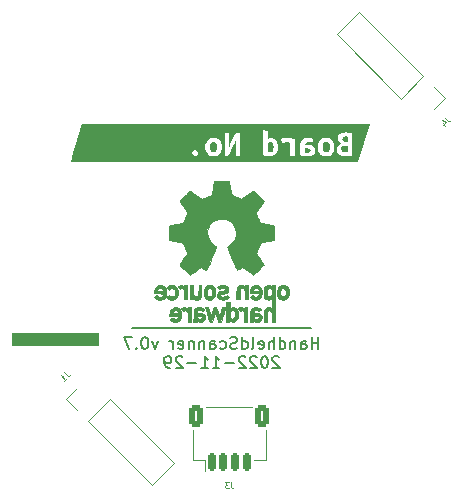
<source format=gbr>
%TF.GenerationSoftware,KiCad,Pcbnew,(6.0.4-0)*%
%TF.CreationDate,2022-11-29T10:20:57+01:00*%
%TF.ProjectId,RoundScanner,526f756e-6453-4636-916e-6e65722e6b69,2*%
%TF.SameCoordinates,Original*%
%TF.FileFunction,Legend,Bot*%
%TF.FilePolarity,Positive*%
%FSLAX46Y46*%
G04 Gerber Fmt 4.6, Leading zero omitted, Abs format (unit mm)*
G04 Created by KiCad (PCBNEW (6.0.4-0)) date 2022-11-29 10:20:57*
%MOMM*%
%LPD*%
G01*
G04 APERTURE LIST*
G04 Aperture macros list*
%AMRoundRect*
0 Rectangle with rounded corners*
0 $1 Rounding radius*
0 $2 $3 $4 $5 $6 $7 $8 $9 X,Y pos of 4 corners*
0 Add a 4 corners polygon primitive as box body*
4,1,4,$2,$3,$4,$5,$6,$7,$8,$9,$2,$3,0*
0 Add four circle primitives for the rounded corners*
1,1,$1+$1,$2,$3*
1,1,$1+$1,$4,$5*
1,1,$1+$1,$6,$7*
1,1,$1+$1,$8,$9*
0 Add four rect primitives between the rounded corners*
20,1,$1+$1,$2,$3,$4,$5,0*
20,1,$1+$1,$4,$5,$6,$7,0*
20,1,$1+$1,$6,$7,$8,$9,0*
20,1,$1+$1,$8,$9,$2,$3,0*%
%AMHorizOval*
0 Thick line with rounded ends*
0 $1 width*
0 $2 $3 position (X,Y) of the first rounded end (center of the circle)*
0 $4 $5 position (X,Y) of the second rounded end (center of the circle)*
0 Add line between two ends*
20,1,$1,$2,$3,$4,$5,0*
0 Add two circle primitives to create the rounded ends*
1,1,$1,$2,$3*
1,1,$1,$4,$5*%
%AMRotRect*
0 Rectangle, with rotation*
0 The origin of the aperture is its center*
0 $1 length*
0 $2 width*
0 $3 Rotation angle, in degrees counterclockwise*
0 Add horizontal line*
21,1,$1,$2,0,0,$3*%
G04 Aperture macros list end*
%ADD10C,0.150000*%
%ADD11C,0.125000*%
%ADD12C,0.120000*%
%ADD13C,0.010000*%
%ADD14C,3.500000*%
%ADD15RotRect,1.700000X1.700000X45.000000*%
%ADD16HorizOval,1.700000X0.000000X0.000000X0.000000X0.000000X0*%
%ADD17RotRect,1.700000X1.700000X225.000000*%
%ADD18HorizOval,1.700000X0.000000X0.000000X0.000000X0.000000X0*%
%ADD19RoundRect,0.150000X-0.150000X-0.625000X0.150000X-0.625000X0.150000X0.625000X-0.150000X0.625000X0*%
%ADD20RoundRect,0.250000X-0.350000X-0.650000X0.350000X-0.650000X0.350000X0.650000X-0.350000X0.650000X0*%
G04 APERTURE END LIST*
D10*
X96837500Y-115570000D02*
X81724500Y-115570000D01*
X97471476Y-117376380D02*
X97471476Y-116376380D01*
X97471476Y-116852571D02*
X96900047Y-116852571D01*
X96900047Y-117376380D02*
X96900047Y-116376380D01*
X95995285Y-117376380D02*
X95995285Y-116852571D01*
X96042904Y-116757333D01*
X96138142Y-116709714D01*
X96328619Y-116709714D01*
X96423857Y-116757333D01*
X95995285Y-117328761D02*
X96090523Y-117376380D01*
X96328619Y-117376380D01*
X96423857Y-117328761D01*
X96471476Y-117233523D01*
X96471476Y-117138285D01*
X96423857Y-117043047D01*
X96328619Y-116995428D01*
X96090523Y-116995428D01*
X95995285Y-116947809D01*
X95519095Y-116709714D02*
X95519095Y-117376380D01*
X95519095Y-116804952D02*
X95471476Y-116757333D01*
X95376238Y-116709714D01*
X95233380Y-116709714D01*
X95138142Y-116757333D01*
X95090523Y-116852571D01*
X95090523Y-117376380D01*
X94185761Y-117376380D02*
X94185761Y-116376380D01*
X94185761Y-117328761D02*
X94281000Y-117376380D01*
X94471476Y-117376380D01*
X94566714Y-117328761D01*
X94614333Y-117281142D01*
X94661952Y-117185904D01*
X94661952Y-116900190D01*
X94614333Y-116804952D01*
X94566714Y-116757333D01*
X94471476Y-116709714D01*
X94281000Y-116709714D01*
X94185761Y-116757333D01*
X93709571Y-117376380D02*
X93709571Y-116376380D01*
X93281000Y-117376380D02*
X93281000Y-116852571D01*
X93328619Y-116757333D01*
X93423857Y-116709714D01*
X93566714Y-116709714D01*
X93661952Y-116757333D01*
X93709571Y-116804952D01*
X92423857Y-117328761D02*
X92519095Y-117376380D01*
X92709571Y-117376380D01*
X92804809Y-117328761D01*
X92852428Y-117233523D01*
X92852428Y-116852571D01*
X92804809Y-116757333D01*
X92709571Y-116709714D01*
X92519095Y-116709714D01*
X92423857Y-116757333D01*
X92376238Y-116852571D01*
X92376238Y-116947809D01*
X92852428Y-117043047D01*
X91804809Y-117376380D02*
X91900047Y-117328761D01*
X91947666Y-117233523D01*
X91947666Y-116376380D01*
X90995285Y-117376380D02*
X90995285Y-116376380D01*
X90995285Y-117328761D02*
X91090523Y-117376380D01*
X91281000Y-117376380D01*
X91376238Y-117328761D01*
X91423857Y-117281142D01*
X91471476Y-117185904D01*
X91471476Y-116900190D01*
X91423857Y-116804952D01*
X91376238Y-116757333D01*
X91281000Y-116709714D01*
X91090523Y-116709714D01*
X90995285Y-116757333D01*
X90566714Y-117328761D02*
X90423857Y-117376380D01*
X90185761Y-117376380D01*
X90090523Y-117328761D01*
X90042904Y-117281142D01*
X89995285Y-117185904D01*
X89995285Y-117090666D01*
X90042904Y-116995428D01*
X90090523Y-116947809D01*
X90185761Y-116900190D01*
X90376238Y-116852571D01*
X90471476Y-116804952D01*
X90519095Y-116757333D01*
X90566714Y-116662095D01*
X90566714Y-116566857D01*
X90519095Y-116471619D01*
X90471476Y-116424000D01*
X90376238Y-116376380D01*
X90138142Y-116376380D01*
X89995285Y-116424000D01*
X89138142Y-117328761D02*
X89233380Y-117376380D01*
X89423857Y-117376380D01*
X89519095Y-117328761D01*
X89566714Y-117281142D01*
X89614333Y-117185904D01*
X89614333Y-116900190D01*
X89566714Y-116804952D01*
X89519095Y-116757333D01*
X89423857Y-116709714D01*
X89233380Y-116709714D01*
X89138142Y-116757333D01*
X88281000Y-117376380D02*
X88281000Y-116852571D01*
X88328619Y-116757333D01*
X88423857Y-116709714D01*
X88614333Y-116709714D01*
X88709571Y-116757333D01*
X88281000Y-117328761D02*
X88376238Y-117376380D01*
X88614333Y-117376380D01*
X88709571Y-117328761D01*
X88757190Y-117233523D01*
X88757190Y-117138285D01*
X88709571Y-117043047D01*
X88614333Y-116995428D01*
X88376238Y-116995428D01*
X88281000Y-116947809D01*
X87804809Y-116709714D02*
X87804809Y-117376380D01*
X87804809Y-116804952D02*
X87757190Y-116757333D01*
X87661952Y-116709714D01*
X87519095Y-116709714D01*
X87423857Y-116757333D01*
X87376238Y-116852571D01*
X87376238Y-117376380D01*
X86900047Y-116709714D02*
X86900047Y-117376380D01*
X86900047Y-116804952D02*
X86852428Y-116757333D01*
X86757190Y-116709714D01*
X86614333Y-116709714D01*
X86519095Y-116757333D01*
X86471476Y-116852571D01*
X86471476Y-117376380D01*
X85614333Y-117328761D02*
X85709571Y-117376380D01*
X85900047Y-117376380D01*
X85995285Y-117328761D01*
X86042904Y-117233523D01*
X86042904Y-116852571D01*
X85995285Y-116757333D01*
X85900047Y-116709714D01*
X85709571Y-116709714D01*
X85614333Y-116757333D01*
X85566714Y-116852571D01*
X85566714Y-116947809D01*
X86042904Y-117043047D01*
X85138142Y-117376380D02*
X85138142Y-116709714D01*
X85138142Y-116900190D02*
X85090523Y-116804952D01*
X85042904Y-116757333D01*
X84947666Y-116709714D01*
X84852428Y-116709714D01*
X83852428Y-116709714D02*
X83614333Y-117376380D01*
X83376238Y-116709714D01*
X82804809Y-116376380D02*
X82709571Y-116376380D01*
X82614333Y-116424000D01*
X82566714Y-116471619D01*
X82519095Y-116566857D01*
X82471476Y-116757333D01*
X82471476Y-116995428D01*
X82519095Y-117185904D01*
X82566714Y-117281142D01*
X82614333Y-117328761D01*
X82709571Y-117376380D01*
X82804809Y-117376380D01*
X82900047Y-117328761D01*
X82947666Y-117281142D01*
X82995285Y-117185904D01*
X83042904Y-116995428D01*
X83042904Y-116757333D01*
X82995285Y-116566857D01*
X82947666Y-116471619D01*
X82900047Y-116424000D01*
X82804809Y-116376380D01*
X82042904Y-117281142D02*
X81995285Y-117328761D01*
X82042904Y-117376380D01*
X82090523Y-117328761D01*
X82042904Y-117281142D01*
X82042904Y-117376380D01*
X81661952Y-116376380D02*
X80995285Y-116376380D01*
X81423857Y-117376380D01*
X94138142Y-118081619D02*
X94090523Y-118034000D01*
X93995285Y-117986380D01*
X93757190Y-117986380D01*
X93661952Y-118034000D01*
X93614333Y-118081619D01*
X93566714Y-118176857D01*
X93566714Y-118272095D01*
X93614333Y-118414952D01*
X94185761Y-118986380D01*
X93566714Y-118986380D01*
X92947666Y-117986380D02*
X92852428Y-117986380D01*
X92757190Y-118034000D01*
X92709571Y-118081619D01*
X92661952Y-118176857D01*
X92614333Y-118367333D01*
X92614333Y-118605428D01*
X92661952Y-118795904D01*
X92709571Y-118891142D01*
X92757190Y-118938761D01*
X92852428Y-118986380D01*
X92947666Y-118986380D01*
X93042904Y-118938761D01*
X93090523Y-118891142D01*
X93138142Y-118795904D01*
X93185761Y-118605428D01*
X93185761Y-118367333D01*
X93138142Y-118176857D01*
X93090523Y-118081619D01*
X93042904Y-118034000D01*
X92947666Y-117986380D01*
X92233380Y-118081619D02*
X92185761Y-118034000D01*
X92090523Y-117986380D01*
X91852428Y-117986380D01*
X91757190Y-118034000D01*
X91709571Y-118081619D01*
X91661952Y-118176857D01*
X91661952Y-118272095D01*
X91709571Y-118414952D01*
X92281000Y-118986380D01*
X91661952Y-118986380D01*
X91281000Y-118081619D02*
X91233380Y-118034000D01*
X91138142Y-117986380D01*
X90900047Y-117986380D01*
X90804809Y-118034000D01*
X90757190Y-118081619D01*
X90709571Y-118176857D01*
X90709571Y-118272095D01*
X90757190Y-118414952D01*
X91328619Y-118986380D01*
X90709571Y-118986380D01*
X90281000Y-118605428D02*
X89519095Y-118605428D01*
X88519095Y-118986380D02*
X89090523Y-118986380D01*
X88804809Y-118986380D02*
X88804809Y-117986380D01*
X88900047Y-118129238D01*
X88995285Y-118224476D01*
X89090523Y-118272095D01*
X87566714Y-118986380D02*
X88138142Y-118986380D01*
X87852428Y-118986380D02*
X87852428Y-117986380D01*
X87947666Y-118129238D01*
X88042904Y-118224476D01*
X88138142Y-118272095D01*
X87138142Y-118605428D02*
X86376238Y-118605428D01*
X85947666Y-118081619D02*
X85900047Y-118034000D01*
X85804809Y-117986380D01*
X85566714Y-117986380D01*
X85471476Y-118034000D01*
X85423857Y-118081619D01*
X85376238Y-118176857D01*
X85376238Y-118272095D01*
X85423857Y-118414952D01*
X85995285Y-118986380D01*
X85376238Y-118986380D01*
X84900047Y-118986380D02*
X84709571Y-118986380D01*
X84614333Y-118938761D01*
X84566714Y-118891142D01*
X84471476Y-118748285D01*
X84423857Y-118557809D01*
X84423857Y-118176857D01*
X84471476Y-118081619D01*
X84519095Y-118034000D01*
X84614333Y-117986380D01*
X84804809Y-117986380D01*
X84900047Y-118034000D01*
X84947666Y-118081619D01*
X84995285Y-118176857D01*
X84995285Y-118414952D01*
X84947666Y-118510190D01*
X84900047Y-118557809D01*
X84804809Y-118605428D01*
X84614333Y-118605428D01*
X84519095Y-118557809D01*
X84471476Y-118510190D01*
X84423857Y-118414952D01*
D11*
%TO.C,J4*%
X108181924Y-97786222D02*
X108434462Y-98038760D01*
X108501806Y-98072432D01*
X108569149Y-98072432D01*
X108636493Y-98038760D01*
X108670164Y-98005088D01*
X107979894Y-98223955D02*
X108215596Y-98459657D01*
X107929386Y-98005088D02*
X108266103Y-98173447D01*
X108047237Y-98392313D01*
%TO.C,J1*%
X75941224Y-119358167D02*
X76193762Y-119610705D01*
X76261106Y-119644377D01*
X76328449Y-119644377D01*
X76395793Y-119610705D01*
X76429464Y-119577033D01*
X75941224Y-120065274D02*
X76143255Y-119863243D01*
X76042239Y-119964258D02*
X75688686Y-119610705D01*
X75772865Y-119627541D01*
X75840209Y-119627541D01*
X75890716Y-119610705D01*
%TO.C,J3*%
X90082666Y-128674190D02*
X90082666Y-129031333D01*
X90106476Y-129102761D01*
X90154095Y-129150380D01*
X90225523Y-129174190D01*
X90273142Y-129174190D01*
X89892190Y-128674190D02*
X89582666Y-128674190D01*
X89749333Y-128864666D01*
X89677904Y-128864666D01*
X89630285Y-128888476D01*
X89606476Y-128912285D01*
X89582666Y-128959904D01*
X89582666Y-129078952D01*
X89606476Y-129126571D01*
X89630285Y-129150380D01*
X89677904Y-129174190D01*
X89820761Y-129174190D01*
X89868380Y-129150380D01*
X89892190Y-129126571D01*
D12*
%TO.C,J4*%
X99029942Y-90750846D02*
X100910846Y-88869942D01*
X104460522Y-96181426D02*
X99029942Y-90750846D01*
X106341426Y-94300522D02*
X100910846Y-88869942D01*
X107239452Y-97079452D02*
X108179904Y-96139000D01*
X108179904Y-96139000D02*
X107239452Y-95198548D01*
X104460522Y-96181426D02*
X106341426Y-94300522D01*
%TO.C,kibuzzard-6346913B*%
G36*
X99855668Y-99385437D02*
G01*
X99941393Y-99394962D01*
X99941393Y-99845812D01*
X99788993Y-99845812D01*
X99563568Y-99780725D01*
X99487368Y-99601337D01*
X99509593Y-99488625D01*
X99569918Y-99421950D01*
X99658818Y-99390200D01*
X99763593Y-99382262D01*
X99855668Y-99385437D01*
G37*
G36*
X77463452Y-98314007D02*
G01*
X101825544Y-98314007D01*
X100844548Y-101583993D01*
X76482456Y-101583993D01*
X76723875Y-100779263D01*
X86723868Y-100779263D01*
X86809593Y-100991988D01*
X87006443Y-101065013D01*
X87114393Y-101045963D01*
X87204881Y-100990400D01*
X87268381Y-100901500D01*
X87292193Y-100779263D01*
X87268381Y-100660200D01*
X87204881Y-100572888D01*
X87114393Y-100518913D01*
X87006443Y-100499863D01*
X86809593Y-100572888D01*
X86723868Y-100779263D01*
X76723875Y-100779263D01*
X76873418Y-100280788D01*
X87892268Y-100280788D01*
X87904968Y-100450253D01*
X87943068Y-100603050D01*
X88004187Y-100737591D01*
X88085943Y-100852288D01*
X88187146Y-100945156D01*
X88306606Y-101014213D01*
X88442734Y-101057075D01*
X88593943Y-101071363D01*
X88745153Y-101057075D01*
X88830863Y-101030088D01*
X89536918Y-101030088D01*
X89851243Y-101030088D01*
X89942789Y-100812247D01*
X90039627Y-100594760D01*
X90141756Y-100377625D01*
X90249177Y-100160490D01*
X90361889Y-99943003D01*
X90479893Y-99725162D01*
X90479893Y-101030088D01*
X90832318Y-101030088D01*
X90832318Y-99064762D01*
X90517993Y-99064762D01*
X90429093Y-99210416D01*
X90340193Y-99367975D01*
X90252484Y-99531091D01*
X90167156Y-99693412D01*
X90086193Y-99852956D01*
X90011581Y-100007738D01*
X89945303Y-100150613D01*
X89889343Y-100274438D01*
X89889343Y-99064762D01*
X89536918Y-99064762D01*
X89536918Y-101030088D01*
X88830863Y-101030088D01*
X88881281Y-101014213D01*
X89001137Y-100945156D01*
X89103531Y-100852288D01*
X89186478Y-100737591D01*
X89247993Y-100603050D01*
X89286093Y-100450253D01*
X89298793Y-100280788D01*
X89285696Y-100113703D01*
X89246406Y-99961700D01*
X89183699Y-99827556D01*
X89100356Y-99714050D01*
X88997565Y-99622769D01*
X88876518Y-99555300D01*
X88740787Y-99513628D01*
X88593943Y-99499737D01*
X88445115Y-99513628D01*
X88309781Y-99555300D01*
X88189924Y-99622769D01*
X88087531Y-99714050D01*
X88004584Y-99827556D01*
X87943068Y-99961700D01*
X87904968Y-100113703D01*
X87892268Y-100280788D01*
X76873418Y-100280788D01*
X77309663Y-98826637D01*
X92788118Y-98826637D01*
X92788118Y-100985638D01*
X92907974Y-101017388D01*
X93051643Y-101042788D01*
X93205631Y-101059456D01*
X93356443Y-101065013D01*
X93570403Y-101042082D01*
X93746615Y-100973290D01*
X93885081Y-100858638D01*
X93984740Y-100704121D01*
X94044536Y-100515738D01*
X94064468Y-100293488D01*
X94047711Y-100067181D01*
X93997440Y-99875093D01*
X93913656Y-99717225D01*
X93797063Y-99599926D01*
X93739671Y-99572762D01*
X94283543Y-99572762D01*
X94353393Y-99934712D01*
X94443881Y-99915662D01*
X94550243Y-99898200D01*
X94655018Y-99887087D01*
X94740743Y-99883912D01*
X94902668Y-99891850D01*
X95064593Y-99922012D01*
X95064593Y-101030088D01*
X95458293Y-101030088D01*
X95458293Y-100995163D01*
X95928193Y-100995163D01*
X96182193Y-101039613D01*
X96360787Y-101058663D01*
X96560018Y-101065013D01*
X96818781Y-101039613D01*
X97017218Y-100955475D01*
X97144218Y-100803075D01*
X97188668Y-100572888D01*
X97137868Y-100353813D01*
X97068089Y-100280788D01*
X97417268Y-100280788D01*
X97429968Y-100450253D01*
X97468068Y-100603050D01*
X97529187Y-100737591D01*
X97610943Y-100852288D01*
X97712146Y-100945156D01*
X97831606Y-101014213D01*
X97967734Y-101057075D01*
X98118943Y-101071363D01*
X98270153Y-101057075D01*
X98406281Y-101014213D01*
X98526137Y-100945156D01*
X98628531Y-100852288D01*
X98711478Y-100737591D01*
X98772993Y-100603050D01*
X98811093Y-100450253D01*
X98812134Y-100436363D01*
X99014293Y-100436363D01*
X99029374Y-100599478D01*
X99074618Y-100733225D01*
X99238131Y-100923725D01*
X99350843Y-100984844D01*
X99482606Y-101025325D01*
X99629053Y-101047947D01*
X99785818Y-101055488D01*
X99918374Y-101051916D01*
X100055693Y-101041200D01*
X100194599Y-101023341D01*
X100331918Y-100998338D01*
X100331918Y-99090162D01*
X100087443Y-99056825D01*
X99823918Y-99042537D01*
X99622306Y-99054047D01*
X99461968Y-99088575D01*
X99242893Y-99209225D01*
X99134943Y-99375912D01*
X99106368Y-99560062D01*
X99123434Y-99691825D01*
X99174631Y-99807712D01*
X99357193Y-99979163D01*
X99189315Y-100064888D01*
X99085731Y-100176013D01*
X99032153Y-100303013D01*
X99014293Y-100436363D01*
X98812134Y-100436363D01*
X98823793Y-100280788D01*
X98810696Y-100113703D01*
X98771406Y-99961700D01*
X98708699Y-99827556D01*
X98625356Y-99714050D01*
X98522565Y-99622769D01*
X98401518Y-99555300D01*
X98265787Y-99513628D01*
X98118943Y-99499737D01*
X97970115Y-99513628D01*
X97834781Y-99555300D01*
X97714924Y-99622769D01*
X97612531Y-99714050D01*
X97529584Y-99827556D01*
X97468068Y-99961700D01*
X97429968Y-100113703D01*
X97417268Y-100280788D01*
X97068089Y-100280788D01*
X97001343Y-100210938D01*
X96804493Y-100133150D01*
X96572718Y-100109338D01*
X96429049Y-100115688D01*
X96302843Y-100134738D01*
X96302843Y-100087113D01*
X96372693Y-99901375D01*
X96467943Y-99845416D01*
X96613993Y-99826762D01*
X96828306Y-99842637D01*
X96994993Y-99880737D01*
X97048968Y-99566412D01*
X96842593Y-99520375D01*
X96706862Y-99504897D01*
X96566368Y-99499737D01*
X96397696Y-99510453D01*
X96259981Y-99542600D01*
X96064718Y-99663250D01*
X95959943Y-99853750D01*
X95928193Y-100106163D01*
X95928193Y-100995163D01*
X95458293Y-100995163D01*
X95458293Y-99636262D01*
X95300734Y-99584669D01*
X95139206Y-99544187D01*
X94961803Y-99517994D01*
X94756618Y-99509262D01*
X94666131Y-99512437D01*
X94540718Y-99523550D01*
X94405781Y-99542600D01*
X94283543Y-99572762D01*
X93739671Y-99572762D01*
X93648367Y-99529547D01*
X93467568Y-99506087D01*
X93311993Y-99523550D01*
X93178643Y-99572762D01*
X93178643Y-98893312D01*
X92788118Y-98826637D01*
X77309663Y-98826637D01*
X77463452Y-98314007D01*
G37*
G36*
X93521543Y-99870419D02*
G01*
X93604093Y-99953763D01*
X93651718Y-100089494D01*
X93667593Y-100274438D01*
X93648940Y-100456206D01*
X93592981Y-100601463D01*
X93495746Y-100696713D01*
X93353268Y-100728463D01*
X93264368Y-100725288D01*
X93178643Y-100715763D01*
X93178643Y-99902962D01*
X93280243Y-99860100D01*
X93400893Y-99842637D01*
X93521543Y-99870419D01*
G37*
G36*
X96610818Y-100390325D02*
G01*
X96710831Y-100417313D01*
X96779093Y-100471288D01*
X96804493Y-100563363D01*
X96728293Y-100707825D01*
X96531443Y-100750688D01*
X96407618Y-100749100D01*
X96302843Y-100741163D01*
X96302843Y-100398263D01*
X96394918Y-100387150D01*
X96493343Y-100382388D01*
X96610818Y-100390325D01*
G37*
G36*
X88727690Y-99870022D02*
G01*
X88824131Y-99961700D01*
X88882471Y-100103384D01*
X88901918Y-100283963D01*
X88884059Y-100464938D01*
X88830481Y-100607813D01*
X88737215Y-100700681D01*
X88600293Y-100731638D01*
X88466546Y-100700681D01*
X88370106Y-100607813D01*
X88311765Y-100464938D01*
X88292318Y-100283963D01*
X88310178Y-100103384D01*
X88363756Y-99961700D01*
X88457021Y-99870022D01*
X88593943Y-99839462D01*
X88727690Y-99870022D01*
G37*
G36*
X99941393Y-100703063D02*
G01*
X99850906Y-100712588D01*
X99754068Y-100715763D01*
X99623893Y-100704650D01*
X99511181Y-100663375D01*
X99430218Y-100577650D01*
X99398468Y-100436363D01*
X99488956Y-100231575D01*
X99731843Y-100169663D01*
X99941393Y-100169663D01*
X99941393Y-100703063D01*
G37*
G36*
X98252690Y-99870022D02*
G01*
X98349131Y-99961700D01*
X98407471Y-100103384D01*
X98426918Y-100283963D01*
X98409059Y-100464938D01*
X98355481Y-100607813D01*
X98262215Y-100700681D01*
X98125293Y-100731638D01*
X97991546Y-100700681D01*
X97895106Y-100607813D01*
X97836765Y-100464938D01*
X97817318Y-100283963D01*
X97835178Y-100103384D01*
X97888756Y-99961700D01*
X97982021Y-99870022D01*
X98118943Y-99839462D01*
X98252690Y-99870022D01*
G37*
%TO.C,J1*%
X79814150Y-121585891D02*
X85244730Y-127016471D01*
X77035220Y-120687865D02*
X76094768Y-121628317D01*
X79814150Y-121585891D02*
X77933246Y-123466795D01*
X77933246Y-123466795D02*
X83363826Y-128897375D01*
X76094768Y-121628317D02*
X77035220Y-122568769D01*
X85244730Y-127016471D02*
X83363826Y-128897375D01*
%TO.C,J3*%
X87856000Y-126753000D02*
X87856000Y-127743000D01*
X87976000Y-122283000D02*
X91856000Y-122283000D01*
X93026000Y-126753000D02*
X91976000Y-126753000D01*
X86806000Y-124253000D02*
X86806000Y-126753000D01*
X93026000Y-124253000D02*
X93026000Y-126753000D01*
X86806000Y-126753000D02*
X87856000Y-126753000D01*
%TO.C,REF\u002A\u002A*%
G36*
X78850938Y-116606788D02*
G01*
X78850825Y-116697995D01*
X78850393Y-116804117D01*
X78849671Y-116900844D01*
X78848694Y-116985743D01*
X78847498Y-117056384D01*
X78846117Y-117110335D01*
X78844587Y-117145164D01*
X78842943Y-117158440D01*
X78841559Y-117158644D01*
X78821719Y-117159283D01*
X78779106Y-117159908D01*
X78714638Y-117160517D01*
X78629237Y-117161107D01*
X78523824Y-117161677D01*
X78399320Y-117162225D01*
X78256644Y-117162749D01*
X78096718Y-117163246D01*
X77920463Y-117163715D01*
X77728800Y-117164154D01*
X77522648Y-117164560D01*
X77302930Y-117164932D01*
X77070565Y-117165268D01*
X76826475Y-117165566D01*
X76571580Y-117165823D01*
X76306801Y-117166038D01*
X76033058Y-117166209D01*
X75751273Y-117166333D01*
X75462366Y-117166410D01*
X75167259Y-117166435D01*
X71499569Y-117166435D01*
X71499569Y-116063130D01*
X78850938Y-116063130D01*
X78850938Y-116606788D01*
G37*
G36*
X88745005Y-112743982D02*
G01*
X88714299Y-112894438D01*
X88659376Y-113009246D01*
X88575780Y-113095966D01*
X88459058Y-113162155D01*
X88413739Y-113177908D01*
X88296373Y-113197562D01*
X88172866Y-113197027D01*
X88068651Y-113175439D01*
X88066603Y-113174655D01*
X87982618Y-113125251D01*
X87897770Y-113048770D01*
X87827366Y-112961311D01*
X87786714Y-112878969D01*
X87774663Y-112818779D01*
X87764346Y-112706084D01*
X87762617Y-112605632D01*
X88013502Y-112605632D01*
X88028500Y-112726119D01*
X88063735Y-112825123D01*
X88117117Y-112889815D01*
X88137350Y-112900922D01*
X88214506Y-112921111D01*
X88303749Y-112925265D01*
X88378828Y-112911235D01*
X88408132Y-112891116D01*
X88449264Y-112820760D01*
X88475146Y-112710645D01*
X88484138Y-112566145D01*
X88483994Y-112524549D01*
X88480870Y-112440264D01*
X88470482Y-112385281D01*
X88448688Y-112344655D01*
X88411347Y-112303437D01*
X88340293Y-112253481D01*
X88247791Y-112233057D01*
X88158418Y-112252509D01*
X88084210Y-112308771D01*
X88037201Y-112398775D01*
X88020828Y-112476494D01*
X88013502Y-112605632D01*
X87762617Y-112605632D01*
X87762137Y-112577738D01*
X87767672Y-112449993D01*
X87780588Y-112339101D01*
X87800522Y-112261315D01*
X87846953Y-112173245D01*
X87945498Y-112064959D01*
X88071453Y-111996364D01*
X88221074Y-111969213D01*
X88390615Y-111985259D01*
X88418825Y-111992094D01*
X88550201Y-112051040D01*
X88649198Y-112147814D01*
X88715820Y-112282423D01*
X88750070Y-112454874D01*
X88751067Y-112566145D01*
X88751953Y-112665173D01*
X88745005Y-112743982D01*
G37*
D13*
X88745005Y-112743982D02*
X88714299Y-112894438D01*
X88659376Y-113009246D01*
X88575780Y-113095966D01*
X88459058Y-113162155D01*
X88413739Y-113177908D01*
X88296373Y-113197562D01*
X88172866Y-113197027D01*
X88068651Y-113175439D01*
X88066603Y-113174655D01*
X87982618Y-113125251D01*
X87897770Y-113048770D01*
X87827366Y-112961311D01*
X87786714Y-112878969D01*
X87774663Y-112818779D01*
X87764346Y-112706084D01*
X87762617Y-112605632D01*
X88013502Y-112605632D01*
X88028500Y-112726119D01*
X88063735Y-112825123D01*
X88117117Y-112889815D01*
X88137350Y-112900922D01*
X88214506Y-112921111D01*
X88303749Y-112925265D01*
X88378828Y-112911235D01*
X88408132Y-112891116D01*
X88449264Y-112820760D01*
X88475146Y-112710645D01*
X88484138Y-112566145D01*
X88483994Y-112524549D01*
X88480870Y-112440264D01*
X88470482Y-112385281D01*
X88448688Y-112344655D01*
X88411347Y-112303437D01*
X88340293Y-112253481D01*
X88247791Y-112233057D01*
X88158418Y-112252509D01*
X88084210Y-112308771D01*
X88037201Y-112398775D01*
X88020828Y-112476494D01*
X88013502Y-112605632D01*
X87762617Y-112605632D01*
X87762137Y-112577738D01*
X87767672Y-112449993D01*
X87780588Y-112339101D01*
X87800522Y-112261315D01*
X87846953Y-112173245D01*
X87945498Y-112064959D01*
X88071453Y-111996364D01*
X88221074Y-111969213D01*
X88390615Y-111985259D01*
X88418825Y-111992094D01*
X88550201Y-112051040D01*
X88649198Y-112147814D01*
X88715820Y-112282423D01*
X88750070Y-112454874D01*
X88751067Y-112566145D01*
X88751953Y-112665173D01*
X88745005Y-112743982D01*
G36*
X85888842Y-111972381D02*
G01*
X85949889Y-111991439D01*
X86025069Y-112023115D01*
X86061469Y-112040138D01*
X86087740Y-112043215D01*
X86093549Y-112019620D01*
X86093555Y-112018952D01*
X86105856Y-111996426D01*
X86148281Y-111984879D01*
X86230510Y-111981628D01*
X86367471Y-111981628D01*
X86367471Y-113176922D01*
X86093549Y-113176922D01*
X86093549Y-112352779D01*
X86025454Y-112289670D01*
X86004180Y-112271735D01*
X85940811Y-112241091D01*
X85862776Y-112239863D01*
X85756520Y-112266903D01*
X85720701Y-112268615D01*
X85678683Y-112242383D01*
X85622757Y-112180035D01*
X85595628Y-112145547D01*
X85563543Y-112096852D01*
X85558599Y-112065855D01*
X85576563Y-112039707D01*
X85631710Y-112006641D01*
X85717363Y-111980472D01*
X85810292Y-111967496D01*
X85888842Y-111972381D01*
G37*
X85888842Y-111972381D02*
X85949889Y-111991439D01*
X86025069Y-112023115D01*
X86061469Y-112040138D01*
X86087740Y-112043215D01*
X86093549Y-112019620D01*
X86093555Y-112018952D01*
X86105856Y-111996426D01*
X86148281Y-111984879D01*
X86230510Y-111981628D01*
X86367471Y-111981628D01*
X86367471Y-113176922D01*
X86093549Y-113176922D01*
X86093549Y-112352779D01*
X86025454Y-112289670D01*
X86004180Y-112271735D01*
X85940811Y-112241091D01*
X85862776Y-112239863D01*
X85756520Y-112266903D01*
X85720701Y-112268615D01*
X85678683Y-112242383D01*
X85622757Y-112180035D01*
X85595628Y-112145547D01*
X85563543Y-112096852D01*
X85558599Y-112065855D01*
X85576563Y-112039707D01*
X85631710Y-112006641D01*
X85717363Y-111980472D01*
X85810292Y-111967496D01*
X85888842Y-111972381D01*
G36*
X87843719Y-114854789D02*
G01*
X87778432Y-114951505D01*
X87679398Y-115021077D01*
X87669679Y-115025305D01*
X87561320Y-115055767D01*
X87439223Y-115067642D01*
X87323138Y-115060382D01*
X87232814Y-115033441D01*
X87196734Y-115015865D01*
X87170256Y-115011674D01*
X87164334Y-115033594D01*
X87153116Y-115053866D01*
X87109713Y-115065938D01*
X87025469Y-115069471D01*
X86886604Y-115069471D01*
X86893995Y-114633686D01*
X87164334Y-114633686D01*
X87173713Y-114698829D01*
X87214138Y-114770647D01*
X87229059Y-114783848D01*
X87290218Y-114811620D01*
X87382226Y-114818766D01*
X87437435Y-114815974D01*
X87540741Y-114794952D01*
X87604771Y-114755782D01*
X87626367Y-114701122D01*
X87602369Y-114633628D01*
X87588367Y-114615964D01*
X87525827Y-114576345D01*
X87426847Y-114553722D01*
X87285731Y-114546530D01*
X87164334Y-114546530D01*
X87164334Y-114633686D01*
X86893995Y-114633686D01*
X86894734Y-114590108D01*
X86896943Y-114479258D01*
X86902761Y-114313305D01*
X86912567Y-114186409D01*
X86928299Y-114091654D01*
X86951894Y-114022120D01*
X86985291Y-113970890D01*
X87030427Y-113931046D01*
X87089239Y-113895669D01*
X87119580Y-113882163D01*
X87224541Y-113856669D01*
X87351134Y-113846129D01*
X87482017Y-113850350D01*
X87599845Y-113869140D01*
X87687275Y-113902305D01*
X87717687Y-113921562D01*
X87787705Y-113978636D01*
X87811403Y-114026427D01*
X87805648Y-114035662D01*
X87769782Y-114067919D01*
X87711881Y-114110950D01*
X87682279Y-114131091D01*
X87631868Y-114159629D01*
X87599110Y-114162354D01*
X87568695Y-114142657D01*
X87492892Y-114102766D01*
X87390895Y-114086361D01*
X87286661Y-114098920D01*
X87284689Y-114099489D01*
X87211171Y-114131431D01*
X87174781Y-114181428D01*
X87164715Y-114264116D01*
X87164334Y-114342780D01*
X87424230Y-114351273D01*
X87465636Y-114352670D01*
X87570027Y-114357528D01*
X87640010Y-114365161D01*
X87687313Y-114378425D01*
X87723668Y-114400181D01*
X87760804Y-114433285D01*
X87822120Y-114509855D01*
X87867059Y-114623157D01*
X87871465Y-114701122D01*
X87873760Y-114741738D01*
X87843719Y-114854789D01*
G37*
X87843719Y-114854789D02*
X87778432Y-114951505D01*
X87679398Y-115021077D01*
X87669679Y-115025305D01*
X87561320Y-115055767D01*
X87439223Y-115067642D01*
X87323138Y-115060382D01*
X87232814Y-115033441D01*
X87196734Y-115015865D01*
X87170256Y-115011674D01*
X87164334Y-115033594D01*
X87153116Y-115053866D01*
X87109713Y-115065938D01*
X87025469Y-115069471D01*
X86886604Y-115069471D01*
X86893995Y-114633686D01*
X87164334Y-114633686D01*
X87173713Y-114698829D01*
X87214138Y-114770647D01*
X87229059Y-114783848D01*
X87290218Y-114811620D01*
X87382226Y-114818766D01*
X87437435Y-114815974D01*
X87540741Y-114794952D01*
X87604771Y-114755782D01*
X87626367Y-114701122D01*
X87602369Y-114633628D01*
X87588367Y-114615964D01*
X87525827Y-114576345D01*
X87426847Y-114553722D01*
X87285731Y-114546530D01*
X87164334Y-114546530D01*
X87164334Y-114633686D01*
X86893995Y-114633686D01*
X86894734Y-114590108D01*
X86896943Y-114479258D01*
X86902761Y-114313305D01*
X86912567Y-114186409D01*
X86928299Y-114091654D01*
X86951894Y-114022120D01*
X86985291Y-113970890D01*
X87030427Y-113931046D01*
X87089239Y-113895669D01*
X87119580Y-113882163D01*
X87224541Y-113856669D01*
X87351134Y-113846129D01*
X87482017Y-113850350D01*
X87599845Y-113869140D01*
X87687275Y-113902305D01*
X87717687Y-113921562D01*
X87787705Y-113978636D01*
X87811403Y-114026427D01*
X87805648Y-114035662D01*
X87769782Y-114067919D01*
X87711881Y-114110950D01*
X87682279Y-114131091D01*
X87631868Y-114159629D01*
X87599110Y-114162354D01*
X87568695Y-114142657D01*
X87492892Y-114102766D01*
X87390895Y-114086361D01*
X87286661Y-114098920D01*
X87284689Y-114099489D01*
X87211171Y-114131431D01*
X87174781Y-114181428D01*
X87164715Y-114264116D01*
X87164334Y-114342780D01*
X87424230Y-114351273D01*
X87465636Y-114352670D01*
X87570027Y-114357528D01*
X87640010Y-114365161D01*
X87687313Y-114378425D01*
X87723668Y-114400181D01*
X87760804Y-114433285D01*
X87822120Y-114509855D01*
X87867059Y-114623157D01*
X87871465Y-114701122D01*
X87873760Y-114741738D01*
X87843719Y-114854789D01*
G36*
X91028906Y-111979271D02*
G01*
X91142422Y-112014937D01*
X91192473Y-112039177D01*
X91217646Y-112041681D01*
X91223353Y-112019620D01*
X91223359Y-112018952D01*
X91235660Y-111996426D01*
X91278084Y-111984879D01*
X91360314Y-111981628D01*
X91497275Y-111981628D01*
X91497275Y-113176922D01*
X91223353Y-113176922D01*
X91223353Y-112764907D01*
X91223166Y-112625779D01*
X91221885Y-112511493D01*
X91218458Y-112431519D01*
X91211832Y-112377708D01*
X91200954Y-112341912D01*
X91184771Y-112315982D01*
X91162230Y-112291770D01*
X91131527Y-112266017D01*
X91043239Y-112231416D01*
X90950565Y-112241571D01*
X90865671Y-112296298D01*
X90841406Y-112321768D01*
X90823987Y-112347545D01*
X90812304Y-112381848D01*
X90805212Y-112432933D01*
X90801564Y-112509056D01*
X90800215Y-112618471D01*
X90800020Y-112769435D01*
X90800020Y-113176922D01*
X90526098Y-113176922D01*
X90526645Y-112734912D01*
X90526682Y-112715223D01*
X90529058Y-112527209D01*
X90536353Y-112381159D01*
X90550445Y-112269971D01*
X90573207Y-112186544D01*
X90606514Y-112123775D01*
X90652241Y-112074561D01*
X90712264Y-112031802D01*
X90774240Y-112002199D01*
X90899055Y-111975305D01*
X91028906Y-111979271D01*
G37*
X91028906Y-111979271D02*
X91142422Y-112014937D01*
X91192473Y-112039177D01*
X91217646Y-112041681D01*
X91223353Y-112019620D01*
X91223359Y-112018952D01*
X91235660Y-111996426D01*
X91278084Y-111984879D01*
X91360314Y-111981628D01*
X91497275Y-111981628D01*
X91497275Y-113176922D01*
X91223353Y-113176922D01*
X91223353Y-112764907D01*
X91223166Y-112625779D01*
X91221885Y-112511493D01*
X91218458Y-112431519D01*
X91211832Y-112377708D01*
X91200954Y-112341912D01*
X91184771Y-112315982D01*
X91162230Y-112291770D01*
X91131527Y-112266017D01*
X91043239Y-112231416D01*
X90950565Y-112241571D01*
X90865671Y-112296298D01*
X90841406Y-112321768D01*
X90823987Y-112347545D01*
X90812304Y-112381848D01*
X90805212Y-112432933D01*
X90801564Y-112509056D01*
X90800215Y-112618471D01*
X90800020Y-112769435D01*
X90800020Y-113176922D01*
X90526098Y-113176922D01*
X90526645Y-112734912D01*
X90526682Y-112715223D01*
X90529058Y-112527209D01*
X90536353Y-112381159D01*
X90550445Y-112269971D01*
X90573207Y-112186544D01*
X90606514Y-112123775D01*
X90652241Y-112074561D01*
X90712264Y-112031802D01*
X90774240Y-112002199D01*
X90899055Y-111975305D01*
X91028906Y-111979271D01*
G36*
X88950270Y-114240297D02*
G01*
X88983936Y-114340741D01*
X89023761Y-114451935D01*
X89057017Y-114536172D01*
X89080954Y-114586587D01*
X89092824Y-114596318D01*
X89095688Y-114587856D01*
X89111191Y-114535953D01*
X89135883Y-114449265D01*
X89167023Y-114337497D01*
X89201870Y-114210353D01*
X89296674Y-113861726D01*
X89441426Y-113854163D01*
X89453645Y-113853557D01*
X89531703Y-113852755D01*
X89569212Y-113860768D01*
X89573989Y-113879065D01*
X89567955Y-113896934D01*
X89548103Y-113958095D01*
X89517023Y-114054960D01*
X89476930Y-114180602D01*
X89430037Y-114328091D01*
X89378561Y-114490500D01*
X89195321Y-115069471D01*
X88966105Y-115069471D01*
X88858101Y-114702167D01*
X88838158Y-114634720D01*
X88801300Y-114512101D01*
X88769805Y-114409930D01*
X88746510Y-114337336D01*
X88734250Y-114303446D01*
X88730757Y-114300918D01*
X88713758Y-114322778D01*
X88689489Y-114380586D01*
X88661982Y-114465309D01*
X88660528Y-114470285D01*
X88623700Y-114595322D01*
X88581562Y-114736896D01*
X88542950Y-114865316D01*
X88480339Y-115072044D01*
X88249411Y-115057020D01*
X88142470Y-114720843D01*
X88095519Y-114573128D01*
X88042926Y-114407458D01*
X87992565Y-114248638D01*
X87950878Y-114116971D01*
X87866227Y-113849275D01*
X88149429Y-113849275D01*
X88218072Y-114104520D01*
X88236321Y-114171963D01*
X88270833Y-114297697D01*
X88302793Y-114412083D01*
X88327089Y-114496726D01*
X88367463Y-114633686D01*
X88496224Y-114247706D01*
X88624986Y-113861726D01*
X88723472Y-113854332D01*
X88821959Y-113846939D01*
X88950270Y-114240297D01*
G37*
X88950270Y-114240297D02*
X88983936Y-114340741D01*
X89023761Y-114451935D01*
X89057017Y-114536172D01*
X89080954Y-114586587D01*
X89092824Y-114596318D01*
X89095688Y-114587856D01*
X89111191Y-114535953D01*
X89135883Y-114449265D01*
X89167023Y-114337497D01*
X89201870Y-114210353D01*
X89296674Y-113861726D01*
X89441426Y-113854163D01*
X89453645Y-113853557D01*
X89531703Y-113852755D01*
X89569212Y-113860768D01*
X89573989Y-113879065D01*
X89567955Y-113896934D01*
X89548103Y-113958095D01*
X89517023Y-114054960D01*
X89476930Y-114180602D01*
X89430037Y-114328091D01*
X89378561Y-114490500D01*
X89195321Y-115069471D01*
X88966105Y-115069471D01*
X88858101Y-114702167D01*
X88838158Y-114634720D01*
X88801300Y-114512101D01*
X88769805Y-114409930D01*
X88746510Y-114337336D01*
X88734250Y-114303446D01*
X88730757Y-114300918D01*
X88713758Y-114322778D01*
X88689489Y-114380586D01*
X88661982Y-114465309D01*
X88660528Y-114470285D01*
X88623700Y-114595322D01*
X88581562Y-114736896D01*
X88542950Y-114865316D01*
X88480339Y-115072044D01*
X88249411Y-115057020D01*
X88142470Y-114720843D01*
X88095519Y-114573128D01*
X88042926Y-114407458D01*
X87992565Y-114248638D01*
X87950878Y-114116971D01*
X87866227Y-113849275D01*
X88149429Y-113849275D01*
X88218072Y-114104520D01*
X88236321Y-114171963D01*
X88270833Y-114297697D01*
X88302793Y-114412083D01*
X88327089Y-114496726D01*
X88367463Y-114633686D01*
X88496224Y-114247706D01*
X88624986Y-113861726D01*
X88723472Y-113854332D01*
X88821959Y-113846939D01*
X88950270Y-114240297D01*
G36*
X92670286Y-112604108D02*
G01*
X92668109Y-112680224D01*
X92643559Y-112846570D01*
X92589460Y-112977728D01*
X92502982Y-113079101D01*
X92381295Y-113156096D01*
X92263249Y-113192039D01*
X92115161Y-113198915D01*
X91965748Y-113172468D01*
X91832472Y-113114037D01*
X91783083Y-113081532D01*
X91728668Y-113039868D01*
X91703840Y-113012452D01*
X91705247Y-113001140D01*
X91733039Y-112962597D01*
X91785272Y-112915901D01*
X91875791Y-112846858D01*
X91981858Y-112899831D01*
X92010540Y-112912943D01*
X92094971Y-112941441D01*
X92165737Y-112952804D01*
X92217919Y-112943441D01*
X92299806Y-112898351D01*
X92368637Y-112828355D01*
X92408007Y-112747363D01*
X92424047Y-112678882D01*
X91671589Y-112678882D01*
X91671728Y-112548147D01*
X91672867Y-112506713D01*
X91681182Y-112417805D01*
X91945510Y-112417805D01*
X91945995Y-112422899D01*
X91959687Y-112438760D01*
X91998378Y-112448505D01*
X92070317Y-112453413D01*
X92183757Y-112454765D01*
X92221042Y-112454749D01*
X92317873Y-112453854D01*
X92376083Y-112449988D01*
X92404306Y-112440968D01*
X92411173Y-112424611D01*
X92405317Y-112398735D01*
X92404423Y-112395802D01*
X92353973Y-112305759D01*
X92274442Y-112243766D01*
X92179603Y-112220686D01*
X92144547Y-112222532D01*
X92079481Y-112244611D01*
X92017061Y-112300766D01*
X92000247Y-112320621D01*
X91961137Y-112377326D01*
X91945510Y-112417805D01*
X91681182Y-112417805D01*
X91682251Y-112406376D01*
X91697988Y-112323349D01*
X91715236Y-112276868D01*
X91775879Y-112175769D01*
X91857094Y-112083951D01*
X91942981Y-112021037D01*
X91967796Y-112009354D01*
X92112290Y-111970600D01*
X92259842Y-111974686D01*
X92398567Y-112019882D01*
X92516579Y-112104461D01*
X92580410Y-112182461D01*
X92632601Y-112292343D01*
X92660503Y-112424611D01*
X92661573Y-112429685D01*
X92670286Y-112604108D01*
G37*
X92670286Y-112604108D02*
X92668109Y-112680224D01*
X92643559Y-112846570D01*
X92589460Y-112977728D01*
X92502982Y-113079101D01*
X92381295Y-113156096D01*
X92263249Y-113192039D01*
X92115161Y-113198915D01*
X91965748Y-113172468D01*
X91832472Y-113114037D01*
X91783083Y-113081532D01*
X91728668Y-113039868D01*
X91703840Y-113012452D01*
X91705247Y-113001140D01*
X91733039Y-112962597D01*
X91785272Y-112915901D01*
X91875791Y-112846858D01*
X91981858Y-112899831D01*
X92010540Y-112912943D01*
X92094971Y-112941441D01*
X92165737Y-112952804D01*
X92217919Y-112943441D01*
X92299806Y-112898351D01*
X92368637Y-112828355D01*
X92408007Y-112747363D01*
X92424047Y-112678882D01*
X91671589Y-112678882D01*
X91671728Y-112548147D01*
X91672867Y-112506713D01*
X91681182Y-112417805D01*
X91945510Y-112417805D01*
X91945995Y-112422899D01*
X91959687Y-112438760D01*
X91998378Y-112448505D01*
X92070317Y-112453413D01*
X92183757Y-112454765D01*
X92221042Y-112454749D01*
X92317873Y-112453854D01*
X92376083Y-112449988D01*
X92404306Y-112440968D01*
X92411173Y-112424611D01*
X92405317Y-112398735D01*
X92404423Y-112395802D01*
X92353973Y-112305759D01*
X92274442Y-112243766D01*
X92179603Y-112220686D01*
X92144547Y-112222532D01*
X92079481Y-112244611D01*
X92017061Y-112300766D01*
X92000247Y-112320621D01*
X91961137Y-112377326D01*
X91945510Y-112417805D01*
X91681182Y-112417805D01*
X91682251Y-112406376D01*
X91697988Y-112323349D01*
X91715236Y-112276868D01*
X91775879Y-112175769D01*
X91857094Y-112083951D01*
X91942981Y-112021037D01*
X91967796Y-112009354D01*
X92112290Y-111970600D01*
X92259842Y-111974686D01*
X92398567Y-112019882D01*
X92516579Y-112104461D01*
X92580410Y-112182461D01*
X92632601Y-112292343D01*
X92660503Y-112424611D01*
X92661573Y-112429685D01*
X92670286Y-112604108D01*
G36*
X91447471Y-115069471D02*
G01*
X91198451Y-115069471D01*
X91198451Y-114685111D01*
X91198176Y-114595706D01*
X91195344Y-114447629D01*
X91188176Y-114338003D01*
X91175116Y-114259252D01*
X91154608Y-114203798D01*
X91125098Y-114164061D01*
X91085031Y-114132465D01*
X91041290Y-114108921D01*
X90989496Y-114102246D01*
X90915831Y-114117090D01*
X90892159Y-114123271D01*
X90833069Y-114132572D01*
X90790818Y-114119245D01*
X90741848Y-114077996D01*
X90732555Y-114069026D01*
X90681179Y-114013534D01*
X90648047Y-113968415D01*
X90643502Y-113957545D01*
X90652508Y-113917409D01*
X90698174Y-113885320D01*
X90770246Y-113862799D01*
X90858471Y-113851367D01*
X90952594Y-113852544D01*
X91042362Y-113867850D01*
X91117520Y-113898806D01*
X91141343Y-113913260D01*
X91181449Y-113934417D01*
X91196296Y-113929572D01*
X91198451Y-113898712D01*
X91198957Y-113887633D01*
X91210970Y-113863091D01*
X91248236Y-113851921D01*
X91322961Y-113849275D01*
X91447471Y-113849275D01*
X91447471Y-115069471D01*
G37*
X91447471Y-115069471D02*
X91198451Y-115069471D01*
X91198451Y-114685111D01*
X91198176Y-114595706D01*
X91195344Y-114447629D01*
X91188176Y-114338003D01*
X91175116Y-114259252D01*
X91154608Y-114203798D01*
X91125098Y-114164061D01*
X91085031Y-114132465D01*
X91041290Y-114108921D01*
X90989496Y-114102246D01*
X90915831Y-114117090D01*
X90892159Y-114123271D01*
X90833069Y-114132572D01*
X90790818Y-114119245D01*
X90741848Y-114077996D01*
X90732555Y-114069026D01*
X90681179Y-114013534D01*
X90648047Y-113968415D01*
X90643502Y-113957545D01*
X90652508Y-113917409D01*
X90698174Y-113885320D01*
X90770246Y-113862799D01*
X90858471Y-113851367D01*
X90952594Y-113852544D01*
X91042362Y-113867850D01*
X91117520Y-113898806D01*
X91141343Y-113913260D01*
X91181449Y-113934417D01*
X91196296Y-113929572D01*
X91198451Y-113898712D01*
X91198957Y-113887633D01*
X91210970Y-113863091D01*
X91248236Y-113851921D01*
X91322961Y-113849275D01*
X91447471Y-113849275D01*
X91447471Y-115069471D01*
G36*
X86865510Y-112369245D02*
G01*
X86867611Y-112543624D01*
X86875833Y-112684460D01*
X86892491Y-112786825D01*
X86919891Y-112856458D01*
X86960343Y-112899093D01*
X87016152Y-112920468D01*
X87089628Y-112926318D01*
X87159783Y-112921097D01*
X87216443Y-112900659D01*
X87257626Y-112859254D01*
X87285640Y-112791147D01*
X87302793Y-112690600D01*
X87311392Y-112551879D01*
X87313746Y-112369245D01*
X87313746Y-111981628D01*
X87562765Y-111981628D01*
X87562765Y-112448928D01*
X87562338Y-112573659D01*
X87559018Y-112734955D01*
X87550687Y-112857965D01*
X87535326Y-112949729D01*
X87510919Y-113017291D01*
X87475447Y-113067691D01*
X87426892Y-113107971D01*
X87363235Y-113145174D01*
X87229562Y-113192270D01*
X87090055Y-113195342D01*
X86958524Y-113151971D01*
X86901135Y-113123857D01*
X86872664Y-113119654D01*
X86865510Y-113139520D01*
X86853632Y-113161826D01*
X86811116Y-113173576D01*
X86728549Y-113176922D01*
X86591589Y-113176922D01*
X86591589Y-111981628D01*
X86865510Y-111981628D01*
X86865510Y-112369245D01*
G37*
X86865510Y-112369245D02*
X86867611Y-112543624D01*
X86875833Y-112684460D01*
X86892491Y-112786825D01*
X86919891Y-112856458D01*
X86960343Y-112899093D01*
X87016152Y-112920468D01*
X87089628Y-112926318D01*
X87159783Y-112921097D01*
X87216443Y-112900659D01*
X87257626Y-112859254D01*
X87285640Y-112791147D01*
X87302793Y-112690600D01*
X87311392Y-112551879D01*
X87313746Y-112369245D01*
X87313746Y-111981628D01*
X87562765Y-111981628D01*
X87562765Y-112448928D01*
X87562338Y-112573659D01*
X87559018Y-112734955D01*
X87550687Y-112857965D01*
X87535326Y-112949729D01*
X87510919Y-113017291D01*
X87475447Y-113067691D01*
X87426892Y-113107971D01*
X87363235Y-113145174D01*
X87229562Y-113192270D01*
X87090055Y-113195342D01*
X86958524Y-113151971D01*
X86901135Y-113123857D01*
X86872664Y-113119654D01*
X86865510Y-113139520D01*
X86853632Y-113161826D01*
X86811116Y-113173576D01*
X86728549Y-113176922D01*
X86591589Y-113176922D01*
X86591589Y-111981628D01*
X86865510Y-111981628D01*
X86865510Y-112369245D01*
G36*
X90645822Y-114659032D02*
G01*
X90639474Y-114733192D01*
X90638386Y-114739989D01*
X90595660Y-114861555D01*
X90517634Y-114964619D01*
X90415274Y-115034444D01*
X90305354Y-115063346D01*
X90170151Y-115061103D01*
X90045776Y-115022351D01*
X90013379Y-115005998D01*
X89971720Y-114988475D01*
X89955867Y-114993927D01*
X89953353Y-115022351D01*
X89952199Y-115036525D01*
X89937292Y-115057488D01*
X89895889Y-115067140D01*
X89816393Y-115069471D01*
X89679432Y-115069471D01*
X89679432Y-114471607D01*
X89953353Y-114471607D01*
X89955316Y-114575181D01*
X89963283Y-114644138D01*
X89980292Y-114691379D01*
X90009383Y-114730968D01*
X90086196Y-114789831D01*
X90176086Y-114809564D01*
X90263254Y-114785162D01*
X90336669Y-114717090D01*
X90356075Y-114667278D01*
X90370410Y-114579070D01*
X90376711Y-114472052D01*
X90374726Y-114362284D01*
X90364199Y-114265827D01*
X90344876Y-114198743D01*
X90338703Y-114187742D01*
X90279193Y-114132453D01*
X90198546Y-114107959D01*
X90111933Y-114113656D01*
X90034522Y-114148940D01*
X89981486Y-114213208D01*
X89979294Y-114218613D01*
X89966143Y-114278921D01*
X89956866Y-114369039D01*
X89953353Y-114471607D01*
X89679432Y-114471607D01*
X89679432Y-113376137D01*
X89953353Y-113376137D01*
X89953353Y-113956601D01*
X90004090Y-113910685D01*
X90052942Y-113882146D01*
X90145402Y-113858290D01*
X90253485Y-113850603D01*
X90359036Y-113860040D01*
X90443900Y-113887557D01*
X90504641Y-113926699D01*
X90567207Y-113993379D01*
X90609315Y-114083053D01*
X90634627Y-114204355D01*
X90646806Y-114365918D01*
X90648596Y-114431225D01*
X90648725Y-114472052D01*
X90648979Y-114552570D01*
X90645822Y-114659032D01*
G37*
X90645822Y-114659032D02*
X90639474Y-114733192D01*
X90638386Y-114739989D01*
X90595660Y-114861555D01*
X90517634Y-114964619D01*
X90415274Y-115034444D01*
X90305354Y-115063346D01*
X90170151Y-115061103D01*
X90045776Y-115022351D01*
X90013379Y-115005998D01*
X89971720Y-114988475D01*
X89955867Y-114993927D01*
X89953353Y-115022351D01*
X89952199Y-115036525D01*
X89937292Y-115057488D01*
X89895889Y-115067140D01*
X89816393Y-115069471D01*
X89679432Y-115069471D01*
X89679432Y-114471607D01*
X89953353Y-114471607D01*
X89955316Y-114575181D01*
X89963283Y-114644138D01*
X89980292Y-114691379D01*
X90009383Y-114730968D01*
X90086196Y-114789831D01*
X90176086Y-114809564D01*
X90263254Y-114785162D01*
X90336669Y-114717090D01*
X90356075Y-114667278D01*
X90370410Y-114579070D01*
X90376711Y-114472052D01*
X90374726Y-114362284D01*
X90364199Y-114265827D01*
X90344876Y-114198743D01*
X90338703Y-114187742D01*
X90279193Y-114132453D01*
X90198546Y-114107959D01*
X90111933Y-114113656D01*
X90034522Y-114148940D01*
X89981486Y-114213208D01*
X89979294Y-114218613D01*
X89966143Y-114278921D01*
X89956866Y-114369039D01*
X89953353Y-114471607D01*
X89679432Y-114471607D01*
X89679432Y-113376137D01*
X89953353Y-113376137D01*
X89953353Y-113956601D01*
X90004090Y-113910685D01*
X90052942Y-113882146D01*
X90145402Y-113858290D01*
X90253485Y-113850603D01*
X90359036Y-113860040D01*
X90443900Y-113887557D01*
X90504641Y-113926699D01*
X90567207Y-113993379D01*
X90609315Y-114083053D01*
X90634627Y-114204355D01*
X90646806Y-114365918D01*
X90648596Y-114431225D01*
X90648725Y-114472052D01*
X90648979Y-114552570D01*
X90645822Y-114659032D01*
G36*
X86251525Y-113865675D02*
G01*
X86326760Y-113900886D01*
X86392373Y-113952497D01*
X86392373Y-113900886D01*
X86394008Y-113881290D01*
X86409221Y-113860513D01*
X86450362Y-113851337D01*
X86529334Y-113849275D01*
X86666295Y-113849275D01*
X86666295Y-115069471D01*
X86392373Y-115069471D01*
X86392373Y-114672211D01*
X86392340Y-114649405D01*
X86390003Y-114489089D01*
X86384268Y-114358500D01*
X86375544Y-114264314D01*
X86364241Y-114213208D01*
X86353862Y-114193915D01*
X86289968Y-114133406D01*
X86202937Y-114106622D01*
X86107904Y-114119117D01*
X86084594Y-114127586D01*
X86034937Y-114142555D01*
X86000999Y-114137907D01*
X85966850Y-114107479D01*
X85916559Y-114045111D01*
X85834992Y-113942123D01*
X85892323Y-113895699D01*
X85946823Y-113867755D01*
X86042554Y-113848883D01*
X86150456Y-113848265D01*
X86251525Y-113865675D01*
G37*
X86251525Y-113865675D02*
X86326760Y-113900886D01*
X86392373Y-113952497D01*
X86392373Y-113900886D01*
X86394008Y-113881290D01*
X86409221Y-113860513D01*
X86450362Y-113851337D01*
X86529334Y-113849275D01*
X86666295Y-113849275D01*
X86666295Y-115069471D01*
X86392373Y-115069471D01*
X86392373Y-114672211D01*
X86392340Y-114649405D01*
X86390003Y-114489089D01*
X86384268Y-114358500D01*
X86375544Y-114264314D01*
X86364241Y-114213208D01*
X86353862Y-114193915D01*
X86289968Y-114133406D01*
X86202937Y-114106622D01*
X86107904Y-114119117D01*
X86084594Y-114127586D01*
X86034937Y-114142555D01*
X86000999Y-114137907D01*
X85966850Y-114107479D01*
X85916559Y-114045111D01*
X85834992Y-113942123D01*
X85892323Y-113895699D01*
X85946823Y-113867755D01*
X86042554Y-113848883D01*
X86150456Y-113848265D01*
X86251525Y-113865675D01*
G36*
X89476810Y-111980820D02*
G01*
X89620629Y-112016866D01*
X89725691Y-112083677D01*
X89792594Y-112181702D01*
X89821940Y-112311387D01*
X89815999Y-112435544D01*
X89773114Y-112540266D01*
X89690876Y-112617693D01*
X89567635Y-112669337D01*
X89401744Y-112696710D01*
X89293952Y-112711057D01*
X89195566Y-112742099D01*
X89144771Y-112787053D01*
X89141704Y-112845838D01*
X89162146Y-112882493D01*
X89225454Y-112925935D01*
X89315449Y-112946483D01*
X89420913Y-112943673D01*
X89530626Y-112917042D01*
X89633368Y-112866128D01*
X89735804Y-112798339D01*
X89825902Y-112889508D01*
X89916000Y-112980676D01*
X89841295Y-113041655D01*
X89812246Y-113062842D01*
X89730517Y-113110978D01*
X89642079Y-113152457D01*
X89572087Y-113176262D01*
X89469602Y-113193504D01*
X89343255Y-113193732D01*
X89188318Y-113174748D01*
X89048745Y-113126630D01*
X88949950Y-113050195D01*
X88891701Y-112945254D01*
X88873762Y-112811617D01*
X88886747Y-112694054D01*
X88928431Y-112597803D01*
X89003477Y-112528873D01*
X89116635Y-112483030D01*
X89272654Y-112456042D01*
X89290574Y-112454088D01*
X89387714Y-112441630D01*
X89466514Y-112428592D01*
X89511344Y-112417499D01*
X89526304Y-112408567D01*
X89551596Y-112362509D01*
X89547488Y-112303553D01*
X89513688Y-112252373D01*
X89495939Y-112241210D01*
X89421981Y-112223326D01*
X89326451Y-112224529D01*
X89226836Y-112243561D01*
X89140621Y-112279168D01*
X89050031Y-112332618D01*
X88979763Y-112250505D01*
X88962712Y-112229644D01*
X88924298Y-112173761D01*
X88908483Y-112135887D01*
X88925090Y-112112664D01*
X88976469Y-112076412D01*
X89050657Y-112037402D01*
X89061110Y-112032633D01*
X89158941Y-111995229D01*
X89253241Y-111977345D01*
X89370262Y-111973754D01*
X89476810Y-111980820D01*
G37*
X89476810Y-111980820D02*
X89620629Y-112016866D01*
X89725691Y-112083677D01*
X89792594Y-112181702D01*
X89821940Y-112311387D01*
X89815999Y-112435544D01*
X89773114Y-112540266D01*
X89690876Y-112617693D01*
X89567635Y-112669337D01*
X89401744Y-112696710D01*
X89293952Y-112711057D01*
X89195566Y-112742099D01*
X89144771Y-112787053D01*
X89141704Y-112845838D01*
X89162146Y-112882493D01*
X89225454Y-112925935D01*
X89315449Y-112946483D01*
X89420913Y-112943673D01*
X89530626Y-112917042D01*
X89633368Y-112866128D01*
X89735804Y-112798339D01*
X89825902Y-112889508D01*
X89916000Y-112980676D01*
X89841295Y-113041655D01*
X89812246Y-113062842D01*
X89730517Y-113110978D01*
X89642079Y-113152457D01*
X89572087Y-113176262D01*
X89469602Y-113193504D01*
X89343255Y-113193732D01*
X89188318Y-113174748D01*
X89048745Y-113126630D01*
X88949950Y-113050195D01*
X88891701Y-112945254D01*
X88873762Y-112811617D01*
X88886747Y-112694054D01*
X88928431Y-112597803D01*
X89003477Y-112528873D01*
X89116635Y-112483030D01*
X89272654Y-112456042D01*
X89290574Y-112454088D01*
X89387714Y-112441630D01*
X89466514Y-112428592D01*
X89511344Y-112417499D01*
X89526304Y-112408567D01*
X89551596Y-112362509D01*
X89547488Y-112303553D01*
X89513688Y-112252373D01*
X89495939Y-112241210D01*
X89421981Y-112223326D01*
X89326451Y-112224529D01*
X89226836Y-112243561D01*
X89140621Y-112279168D01*
X89050031Y-112332618D01*
X88979763Y-112250505D01*
X88962712Y-112229644D01*
X88924298Y-112173761D01*
X88908483Y-112135887D01*
X88925090Y-112112664D01*
X88976469Y-112076412D01*
X89050657Y-112037402D01*
X89061110Y-112032633D01*
X89158941Y-111995229D01*
X89253241Y-111977345D01*
X89370262Y-111973754D01*
X89476810Y-111980820D01*
G36*
X93657520Y-115064547D02*
G01*
X93526785Y-115057020D01*
X93520569Y-114658588D01*
X93518730Y-114561704D01*
X93513510Y-114416146D01*
X93504550Y-114309334D01*
X93490203Y-114234087D01*
X93468821Y-114183227D01*
X93438759Y-114149574D01*
X93398367Y-114125947D01*
X93322578Y-114101818D01*
X93247207Y-114111194D01*
X93167617Y-114162763D01*
X93091000Y-114227231D01*
X93091000Y-115069471D01*
X92817079Y-115069471D01*
X92817079Y-114612701D01*
X92817342Y-114469531D01*
X92818799Y-114342309D01*
X92822301Y-114249184D01*
X92828697Y-114181713D01*
X92838835Y-114131454D01*
X92853563Y-114089966D01*
X92873729Y-114048805D01*
X92878510Y-114040066D01*
X92942101Y-113954954D01*
X93016527Y-113895476D01*
X93106255Y-113864245D01*
X93225072Y-113850342D01*
X93344059Y-113857872D01*
X93440865Y-113887267D01*
X93514334Y-113925259D01*
X93514334Y-113103015D01*
X93413667Y-113155486D01*
X93371616Y-113174549D01*
X93238886Y-113201506D01*
X93106979Y-113182874D01*
X92984705Y-113120929D01*
X92880872Y-113017943D01*
X92864606Y-112993738D01*
X92848973Y-112958256D01*
X92838776Y-112910015D01*
X92832888Y-112839757D01*
X92830182Y-112738221D01*
X92829696Y-112632428D01*
X93092759Y-112632428D01*
X93092981Y-112720779D01*
X93099735Y-112779700D01*
X93114916Y-112821752D01*
X93140417Y-112859499D01*
X93172811Y-112894594D01*
X93224614Y-112921154D01*
X93302667Y-112927902D01*
X93371618Y-112922029D01*
X93439865Y-112892641D01*
X93483818Y-112833107D01*
X93507350Y-112737423D01*
X93514334Y-112599582D01*
X93512528Y-112526254D01*
X93494501Y-112387833D01*
X93457308Y-112294233D01*
X93401159Y-112246116D01*
X93344449Y-112232579D01*
X93245686Y-112238925D01*
X93162240Y-112278223D01*
X93142268Y-112296244D01*
X93121105Y-112327422D01*
X93108021Y-112373833D01*
X93100251Y-112447000D01*
X93095032Y-112558448D01*
X93092759Y-112632428D01*
X92829696Y-112632428D01*
X92829530Y-112596149D01*
X92829753Y-112531324D01*
X92833570Y-112380538D01*
X92844203Y-112267896D01*
X92864335Y-112184885D01*
X92896653Y-112122991D01*
X92943842Y-112073700D01*
X93008588Y-112028499D01*
X93061091Y-112002560D01*
X93185571Y-111973953D01*
X93316781Y-111977851D01*
X93433402Y-112014935D01*
X93483453Y-112039176D01*
X93508626Y-112041681D01*
X93514334Y-112019620D01*
X93514339Y-112018952D01*
X93526640Y-111996426D01*
X93569065Y-111984879D01*
X93651295Y-111981628D01*
X93788255Y-111981628D01*
X93788255Y-115072073D01*
X93657520Y-115064547D01*
G37*
X93657520Y-115064547D02*
X93526785Y-115057020D01*
X93520569Y-114658588D01*
X93518730Y-114561704D01*
X93513510Y-114416146D01*
X93504550Y-114309334D01*
X93490203Y-114234087D01*
X93468821Y-114183227D01*
X93438759Y-114149574D01*
X93398367Y-114125947D01*
X93322578Y-114101818D01*
X93247207Y-114111194D01*
X93167617Y-114162763D01*
X93091000Y-114227231D01*
X93091000Y-115069471D01*
X92817079Y-115069471D01*
X92817079Y-114612701D01*
X92817342Y-114469531D01*
X92818799Y-114342309D01*
X92822301Y-114249184D01*
X92828697Y-114181713D01*
X92838835Y-114131454D01*
X92853563Y-114089966D01*
X92873729Y-114048805D01*
X92878510Y-114040066D01*
X92942101Y-113954954D01*
X93016527Y-113895476D01*
X93106255Y-113864245D01*
X93225072Y-113850342D01*
X93344059Y-113857872D01*
X93440865Y-113887267D01*
X93514334Y-113925259D01*
X93514334Y-113103015D01*
X93413667Y-113155486D01*
X93371616Y-113174549D01*
X93238886Y-113201506D01*
X93106979Y-113182874D01*
X92984705Y-113120929D01*
X92880872Y-113017943D01*
X92864606Y-112993738D01*
X92848973Y-112958256D01*
X92838776Y-112910015D01*
X92832888Y-112839757D01*
X92830182Y-112738221D01*
X92829696Y-112632428D01*
X93092759Y-112632428D01*
X93092981Y-112720779D01*
X93099735Y-112779700D01*
X93114916Y-112821752D01*
X93140417Y-112859499D01*
X93172811Y-112894594D01*
X93224614Y-112921154D01*
X93302667Y-112927902D01*
X93371618Y-112922029D01*
X93439865Y-112892641D01*
X93483818Y-112833107D01*
X93507350Y-112737423D01*
X93514334Y-112599582D01*
X93512528Y-112526254D01*
X93494501Y-112387833D01*
X93457308Y-112294233D01*
X93401159Y-112246116D01*
X93344449Y-112232579D01*
X93245686Y-112238925D01*
X93162240Y-112278223D01*
X93142268Y-112296244D01*
X93121105Y-112327422D01*
X93108021Y-112373833D01*
X93100251Y-112447000D01*
X93095032Y-112558448D01*
X93092759Y-112632428D01*
X92829696Y-112632428D01*
X92829530Y-112596149D01*
X92829753Y-112531324D01*
X92833570Y-112380538D01*
X92844203Y-112267896D01*
X92864335Y-112184885D01*
X92896653Y-112122991D01*
X92943842Y-112073700D01*
X93008588Y-112028499D01*
X93061091Y-112002560D01*
X93185571Y-111973953D01*
X93316781Y-111977851D01*
X93433402Y-112014935D01*
X93483453Y-112039176D01*
X93508626Y-112041681D01*
X93514334Y-112019620D01*
X93514339Y-112018952D01*
X93526640Y-111996426D01*
X93569065Y-111984879D01*
X93651295Y-111981628D01*
X93788255Y-111981628D01*
X93788255Y-115072073D01*
X93657520Y-115064547D01*
G36*
X84563360Y-112689632D02*
G01*
X84562943Y-112693380D01*
X84527139Y-112868271D01*
X84462449Y-113004247D01*
X84366859Y-113104296D01*
X84238353Y-113171405D01*
X84214764Y-113179079D01*
X84068551Y-113201696D01*
X83917334Y-113189084D01*
X83776750Y-113144017D01*
X83662437Y-113069269D01*
X83576812Y-112990157D01*
X83667827Y-112918191D01*
X83758842Y-112846224D01*
X83868528Y-112899514D01*
X83995445Y-112942695D01*
X84107488Y-112943987D01*
X84199157Y-112904314D01*
X84265123Y-112824683D01*
X84288771Y-112776968D01*
X84301972Y-112736189D01*
X84294334Y-112708641D01*
X84260063Y-112691731D01*
X84193368Y-112682864D01*
X84088454Y-112679445D01*
X83939530Y-112678882D01*
X83578451Y-112678882D01*
X83578451Y-112506190D01*
X83581149Y-112430376D01*
X83835385Y-112430376D01*
X83847595Y-112444321D01*
X83883748Y-112451578D01*
X83952463Y-112454332D01*
X84062362Y-112454765D01*
X84121294Y-112454073D01*
X84214290Y-112449500D01*
X84277373Y-112441491D01*
X84300608Y-112431035D01*
X84294663Y-112392456D01*
X84252762Y-112318634D01*
X84182938Y-112257990D01*
X84099699Y-112221362D01*
X84017554Y-112219589D01*
X83955721Y-112248960D01*
X83885656Y-112315800D01*
X83841106Y-112398735D01*
X83838496Y-112407562D01*
X83835385Y-112430376D01*
X83581149Y-112430376D01*
X83581702Y-112414853D01*
X83591246Y-112324484D01*
X83604881Y-112263396D01*
X83614820Y-112240074D01*
X83687166Y-112136202D01*
X83791700Y-112049569D01*
X83913949Y-111992845D01*
X83977713Y-111977355D01*
X84129645Y-111970304D01*
X84265022Y-112006174D01*
X84380122Y-112080974D01*
X84471227Y-112190711D01*
X84534615Y-112331395D01*
X84553607Y-112431035D01*
X84566566Y-112499032D01*
X84563360Y-112689632D01*
G37*
X84563360Y-112689632D02*
X84562943Y-112693380D01*
X84527139Y-112868271D01*
X84462449Y-113004247D01*
X84366859Y-113104296D01*
X84238353Y-113171405D01*
X84214764Y-113179079D01*
X84068551Y-113201696D01*
X83917334Y-113189084D01*
X83776750Y-113144017D01*
X83662437Y-113069269D01*
X83576812Y-112990157D01*
X83667827Y-112918191D01*
X83758842Y-112846224D01*
X83868528Y-112899514D01*
X83995445Y-112942695D01*
X84107488Y-112943987D01*
X84199157Y-112904314D01*
X84265123Y-112824683D01*
X84288771Y-112776968D01*
X84301972Y-112736189D01*
X84294334Y-112708641D01*
X84260063Y-112691731D01*
X84193368Y-112682864D01*
X84088454Y-112679445D01*
X83939530Y-112678882D01*
X83578451Y-112678882D01*
X83578451Y-112506190D01*
X83581149Y-112430376D01*
X83835385Y-112430376D01*
X83847595Y-112444321D01*
X83883748Y-112451578D01*
X83952463Y-112454332D01*
X84062362Y-112454765D01*
X84121294Y-112454073D01*
X84214290Y-112449500D01*
X84277373Y-112441491D01*
X84300608Y-112431035D01*
X84294663Y-112392456D01*
X84252762Y-112318634D01*
X84182938Y-112257990D01*
X84099699Y-112221362D01*
X84017554Y-112219589D01*
X83955721Y-112248960D01*
X83885656Y-112315800D01*
X83841106Y-112398735D01*
X83838496Y-112407562D01*
X83835385Y-112430376D01*
X83581149Y-112430376D01*
X83581702Y-112414853D01*
X83591246Y-112324484D01*
X83604881Y-112263396D01*
X83614820Y-112240074D01*
X83687166Y-112136202D01*
X83791700Y-112049569D01*
X83913949Y-111992845D01*
X83977713Y-111977355D01*
X84129645Y-111970304D01*
X84265022Y-112006174D01*
X84380122Y-112080974D01*
X84471227Y-112190711D01*
X84534615Y-112331395D01*
X84553607Y-112431035D01*
X84566566Y-112499032D01*
X84563360Y-112689632D01*
G36*
X90002634Y-103726172D02*
G01*
X90115216Y-104323363D01*
X90530629Y-104494610D01*
X90946043Y-104665857D01*
X91444400Y-104326978D01*
X91543036Y-104260170D01*
X91673797Y-104172479D01*
X91787008Y-104097580D01*
X91876789Y-104039320D01*
X91937261Y-104001545D01*
X91962544Y-103988098D01*
X91978072Y-103997661D01*
X92024487Y-104037730D01*
X92094730Y-104103487D01*
X92182848Y-104188895D01*
X92282889Y-104287915D01*
X92388902Y-104394509D01*
X92494935Y-104502640D01*
X92595035Y-104606268D01*
X92683251Y-104699358D01*
X92753632Y-104775869D01*
X92800225Y-104829765D01*
X92817079Y-104855007D01*
X92813158Y-104865852D01*
X92786012Y-104914228D01*
X92736439Y-104993842D01*
X92668459Y-105098454D01*
X92586091Y-105221822D01*
X92493353Y-105357706D01*
X92442460Y-105431815D01*
X92354912Y-105560835D01*
X92279853Y-105673434D01*
X92221285Y-105763505D01*
X92183209Y-105824942D01*
X92169628Y-105851640D01*
X92169851Y-105853119D01*
X92181831Y-105886962D01*
X92209316Y-105956071D01*
X92248474Y-106051416D01*
X92295474Y-106163972D01*
X92346485Y-106284710D01*
X92397676Y-106404602D01*
X92445215Y-106514622D01*
X92485271Y-106605740D01*
X92514013Y-106668931D01*
X92527610Y-106695165D01*
X92535655Y-106697492D01*
X92584535Y-106707988D01*
X92671652Y-106725376D01*
X92790033Y-106748295D01*
X92932704Y-106775389D01*
X93092692Y-106805296D01*
X93177015Y-106821153D01*
X93331783Y-106851407D01*
X93467104Y-106879347D01*
X93575582Y-106903369D01*
X93649820Y-106921868D01*
X93682422Y-106933238D01*
X93688278Y-106944511D01*
X93697992Y-106999586D01*
X93705624Y-107091317D01*
X93711180Y-107211073D01*
X93714666Y-107350221D01*
X93716087Y-107500131D01*
X93715450Y-107652172D01*
X93712760Y-107797712D01*
X93708024Y-107928121D01*
X93701247Y-108034766D01*
X93692436Y-108109018D01*
X93681595Y-108142245D01*
X93675017Y-108145993D01*
X93625955Y-108162069D01*
X93540847Y-108183338D01*
X93429529Y-108207472D01*
X93301840Y-108232143D01*
X93258757Y-108240000D01*
X93059773Y-108276542D01*
X92903388Y-108305910D01*
X92784183Y-108329321D01*
X92696737Y-108347994D01*
X92635628Y-108363146D01*
X92595435Y-108375995D01*
X92570738Y-108387758D01*
X92556116Y-108399653D01*
X92554416Y-108401649D01*
X92530504Y-108443271D01*
X92495119Y-108519430D01*
X92451692Y-108621193D01*
X92403651Y-108739624D01*
X92354425Y-108865789D01*
X92307445Y-108990754D01*
X92266140Y-109105584D01*
X92233939Y-109201344D01*
X92214271Y-109269100D01*
X92210565Y-109299917D01*
X92213043Y-109303915D01*
X92238689Y-109342584D01*
X92286920Y-109413907D01*
X92353262Y-109511314D01*
X92433245Y-109628234D01*
X92522397Y-109758098D01*
X92546865Y-109793828D01*
X92632903Y-109921990D01*
X92707258Y-110036608D01*
X92765688Y-110130887D01*
X92803947Y-110198029D01*
X92817792Y-110231235D01*
X92814809Y-110239965D01*
X92783711Y-110282982D01*
X92722355Y-110353230D01*
X92635137Y-110445979D01*
X92526449Y-110556502D01*
X92400685Y-110680071D01*
X92328800Y-110749235D01*
X92215139Y-110856957D01*
X92115657Y-110949225D01*
X92035695Y-111021181D01*
X91980595Y-111067968D01*
X91955698Y-111084727D01*
X91938593Y-111078515D01*
X91885929Y-111049126D01*
X91809449Y-111001063D01*
X91719129Y-110940412D01*
X91654911Y-110896153D01*
X91526705Y-110808261D01*
X91389894Y-110714915D01*
X91264932Y-110630091D01*
X91020137Y-110464515D01*
X90814649Y-110575620D01*
X90766263Y-110601265D01*
X90678270Y-110645130D01*
X90610223Y-110675414D01*
X90573856Y-110686706D01*
X90561954Y-110672205D01*
X90532400Y-110616992D01*
X90488748Y-110525962D01*
X90433426Y-110404892D01*
X90368863Y-110259559D01*
X90297489Y-110095741D01*
X90221732Y-109919213D01*
X90144022Y-109735753D01*
X90066786Y-109551138D01*
X89992456Y-109371146D01*
X89923458Y-109201552D01*
X89862223Y-109048135D01*
X89811179Y-108916670D01*
X89772755Y-108812936D01*
X89749380Y-108742709D01*
X89743483Y-108711766D01*
X89743883Y-108710862D01*
X89771349Y-108682257D01*
X89828799Y-108637457D01*
X89904373Y-108585751D01*
X89928227Y-108569962D01*
X90109734Y-108420174D01*
X90259953Y-108241767D01*
X90375327Y-108042165D01*
X90452299Y-107828797D01*
X90487314Y-107609087D01*
X90476813Y-107390462D01*
X90434277Y-107196011D01*
X90357903Y-106999657D01*
X90246565Y-106824484D01*
X90093774Y-106658082D01*
X90033739Y-106604924D01*
X89839658Y-106473951D01*
X89629999Y-106385744D01*
X89410837Y-106339512D01*
X89188247Y-106334467D01*
X88968307Y-106369820D01*
X88757090Y-106444779D01*
X88560673Y-106558557D01*
X88385132Y-106710363D01*
X88236542Y-106899409D01*
X88207974Y-106946224D01*
X88110873Y-107160204D01*
X88059303Y-107383026D01*
X88051914Y-107608922D01*
X88087355Y-107832119D01*
X88164276Y-108046847D01*
X88281326Y-108247336D01*
X88437155Y-108427814D01*
X88630413Y-108582510D01*
X88636689Y-108586679D01*
X88711461Y-108639370D01*
X88767504Y-108684169D01*
X88793100Y-108711766D01*
X88789870Y-108733402D01*
X88769790Y-108796399D01*
X88734184Y-108894038D01*
X88685480Y-109020542D01*
X88626108Y-109170132D01*
X88558494Y-109337030D01*
X88485066Y-109515457D01*
X88408254Y-109699636D01*
X88330484Y-109883787D01*
X88254185Y-110062133D01*
X88181784Y-110228895D01*
X88115710Y-110378294D01*
X88058391Y-110504554D01*
X88012255Y-110601894D01*
X87979730Y-110664538D01*
X87963243Y-110686706D01*
X87949533Y-110683703D01*
X87895670Y-110662126D01*
X87816064Y-110624293D01*
X87722449Y-110575620D01*
X87516962Y-110464515D01*
X87272167Y-110630091D01*
X87199845Y-110679120D01*
X87065326Y-110770729D01*
X86931215Y-110862485D01*
X86817970Y-110940412D01*
X86755470Y-110982881D01*
X86674239Y-111035644D01*
X86614009Y-111071765D01*
X86584591Y-111085157D01*
X86571953Y-111079471D01*
X86526267Y-111044645D01*
X86455838Y-110983329D01*
X86366796Y-110901554D01*
X86265272Y-110805351D01*
X86157394Y-110700751D01*
X86049295Y-110593786D01*
X85947103Y-110490485D01*
X85856950Y-110396882D01*
X85784964Y-110319006D01*
X85737278Y-110262889D01*
X85720020Y-110234562D01*
X85721015Y-110229172D01*
X85741555Y-110185304D01*
X85785434Y-110109407D01*
X85848412Y-110008336D01*
X85926247Y-109888948D01*
X86014701Y-109758098D01*
X86039509Y-109722005D01*
X86126618Y-109595000D01*
X86203347Y-109482718D01*
X86265224Y-109391730D01*
X86307777Y-109328606D01*
X86326534Y-109299917D01*
X86326995Y-109298687D01*
X86321459Y-109263588D01*
X86300320Y-109192484D01*
X86267005Y-109094310D01*
X86224945Y-108978002D01*
X86177570Y-108852493D01*
X86128308Y-108726718D01*
X86080589Y-108609612D01*
X86037842Y-108510110D01*
X86003497Y-108437145D01*
X85980983Y-108399653D01*
X85978728Y-108397325D01*
X85962608Y-108385549D01*
X85935383Y-108373673D01*
X85891633Y-108360481D01*
X85825935Y-108344754D01*
X85732870Y-108325274D01*
X85607016Y-108300824D01*
X85442953Y-108270186D01*
X85235259Y-108232143D01*
X85192181Y-108224136D01*
X85068777Y-108199384D01*
X84964972Y-108175933D01*
X84890601Y-108156110D01*
X84855504Y-108142245D01*
X84849632Y-108130677D01*
X84839842Y-108075110D01*
X84832085Y-107982990D01*
X84826365Y-107862951D01*
X84822689Y-107723622D01*
X84821062Y-107573635D01*
X84821491Y-107421621D01*
X84823982Y-107276212D01*
X84828540Y-107146037D01*
X84835171Y-107039730D01*
X84843881Y-106965919D01*
X84854677Y-106933238D01*
X84865699Y-106928410D01*
X84920531Y-106913191D01*
X85013213Y-106891666D01*
X85136351Y-106865439D01*
X85282548Y-106836114D01*
X85444406Y-106805296D01*
X85532784Y-106788831D01*
X85684259Y-106760279D01*
X85814640Y-106735277D01*
X85916954Y-106715185D01*
X85984228Y-106701362D01*
X86009489Y-106695165D01*
X86010438Y-106693888D01*
X86026526Y-106661437D01*
X86057194Y-106593452D01*
X86098611Y-106498954D01*
X86146941Y-106386964D01*
X86198354Y-106266500D01*
X86249014Y-106146584D01*
X86295089Y-106036235D01*
X86332746Y-105944473D01*
X86358151Y-105880319D01*
X86367471Y-105852792D01*
X86363360Y-105843106D01*
X86336000Y-105797018D01*
X86286370Y-105719440D01*
X86218460Y-105616461D01*
X86136255Y-105494167D01*
X86043746Y-105358646D01*
X85992991Y-105284429D01*
X85905403Y-105154309D01*
X85830306Y-105040112D01*
X85771707Y-104948066D01*
X85733609Y-104884398D01*
X85720020Y-104855337D01*
X85729462Y-104839573D01*
X85768960Y-104792471D01*
X85833758Y-104721186D01*
X85917909Y-104631760D01*
X86015464Y-104530232D01*
X86120474Y-104422643D01*
X86226993Y-104315034D01*
X86329071Y-104213445D01*
X86420760Y-104123917D01*
X86496112Y-104052489D01*
X86549180Y-104005203D01*
X86574014Y-103988098D01*
X86587799Y-103994749D01*
X86638418Y-104025592D01*
X86720105Y-104078083D01*
X86826972Y-104148375D01*
X86953132Y-104232622D01*
X87092698Y-104326978D01*
X87591056Y-104665857D01*
X88006469Y-104494610D01*
X88421883Y-104323363D01*
X88534465Y-103726172D01*
X88647048Y-103128980D01*
X89890051Y-103128980D01*
X90002634Y-103726172D01*
G37*
X90002634Y-103726172D02*
X90115216Y-104323363D01*
X90530629Y-104494610D01*
X90946043Y-104665857D01*
X91444400Y-104326978D01*
X91543036Y-104260170D01*
X91673797Y-104172479D01*
X91787008Y-104097580D01*
X91876789Y-104039320D01*
X91937261Y-104001545D01*
X91962544Y-103988098D01*
X91978072Y-103997661D01*
X92024487Y-104037730D01*
X92094730Y-104103487D01*
X92182848Y-104188895D01*
X92282889Y-104287915D01*
X92388902Y-104394509D01*
X92494935Y-104502640D01*
X92595035Y-104606268D01*
X92683251Y-104699358D01*
X92753632Y-104775869D01*
X92800225Y-104829765D01*
X92817079Y-104855007D01*
X92813158Y-104865852D01*
X92786012Y-104914228D01*
X92736439Y-104993842D01*
X92668459Y-105098454D01*
X92586091Y-105221822D01*
X92493353Y-105357706D01*
X92442460Y-105431815D01*
X92354912Y-105560835D01*
X92279853Y-105673434D01*
X92221285Y-105763505D01*
X92183209Y-105824942D01*
X92169628Y-105851640D01*
X92169851Y-105853119D01*
X92181831Y-105886962D01*
X92209316Y-105956071D01*
X92248474Y-106051416D01*
X92295474Y-106163972D01*
X92346485Y-106284710D01*
X92397676Y-106404602D01*
X92445215Y-106514622D01*
X92485271Y-106605740D01*
X92514013Y-106668931D01*
X92527610Y-106695165D01*
X92535655Y-106697492D01*
X92584535Y-106707988D01*
X92671652Y-106725376D01*
X92790033Y-106748295D01*
X92932704Y-106775389D01*
X93092692Y-106805296D01*
X93177015Y-106821153D01*
X93331783Y-106851407D01*
X93467104Y-106879347D01*
X93575582Y-106903369D01*
X93649820Y-106921868D01*
X93682422Y-106933238D01*
X93688278Y-106944511D01*
X93697992Y-106999586D01*
X93705624Y-107091317D01*
X93711180Y-107211073D01*
X93714666Y-107350221D01*
X93716087Y-107500131D01*
X93715450Y-107652172D01*
X93712760Y-107797712D01*
X93708024Y-107928121D01*
X93701247Y-108034766D01*
X93692436Y-108109018D01*
X93681595Y-108142245D01*
X93675017Y-108145993D01*
X93625955Y-108162069D01*
X93540847Y-108183338D01*
X93429529Y-108207472D01*
X93301840Y-108232143D01*
X93258757Y-108240000D01*
X93059773Y-108276542D01*
X92903388Y-108305910D01*
X92784183Y-108329321D01*
X92696737Y-108347994D01*
X92635628Y-108363146D01*
X92595435Y-108375995D01*
X92570738Y-108387758D01*
X92556116Y-108399653D01*
X92554416Y-108401649D01*
X92530504Y-108443271D01*
X92495119Y-108519430D01*
X92451692Y-108621193D01*
X92403651Y-108739624D01*
X92354425Y-108865789D01*
X92307445Y-108990754D01*
X92266140Y-109105584D01*
X92233939Y-109201344D01*
X92214271Y-109269100D01*
X92210565Y-109299917D01*
X92213043Y-109303915D01*
X92238689Y-109342584D01*
X92286920Y-109413907D01*
X92353262Y-109511314D01*
X92433245Y-109628234D01*
X92522397Y-109758098D01*
X92546865Y-109793828D01*
X92632903Y-109921990D01*
X92707258Y-110036608D01*
X92765688Y-110130887D01*
X92803947Y-110198029D01*
X92817792Y-110231235D01*
X92814809Y-110239965D01*
X92783711Y-110282982D01*
X92722355Y-110353230D01*
X92635137Y-110445979D01*
X92526449Y-110556502D01*
X92400685Y-110680071D01*
X92328800Y-110749235D01*
X92215139Y-110856957D01*
X92115657Y-110949225D01*
X92035695Y-111021181D01*
X91980595Y-111067968D01*
X91955698Y-111084727D01*
X91938593Y-111078515D01*
X91885929Y-111049126D01*
X91809449Y-111001063D01*
X91719129Y-110940412D01*
X91654911Y-110896153D01*
X91526705Y-110808261D01*
X91389894Y-110714915D01*
X91264932Y-110630091D01*
X91020137Y-110464515D01*
X90814649Y-110575620D01*
X90766263Y-110601265D01*
X90678270Y-110645130D01*
X90610223Y-110675414D01*
X90573856Y-110686706D01*
X90561954Y-110672205D01*
X90532400Y-110616992D01*
X90488748Y-110525962D01*
X90433426Y-110404892D01*
X90368863Y-110259559D01*
X90297489Y-110095741D01*
X90221732Y-109919213D01*
X90144022Y-109735753D01*
X90066786Y-109551138D01*
X89992456Y-109371146D01*
X89923458Y-109201552D01*
X89862223Y-109048135D01*
X89811179Y-108916670D01*
X89772755Y-108812936D01*
X89749380Y-108742709D01*
X89743483Y-108711766D01*
X89743883Y-108710862D01*
X89771349Y-108682257D01*
X89828799Y-108637457D01*
X89904373Y-108585751D01*
X89928227Y-108569962D01*
X90109734Y-108420174D01*
X90259953Y-108241767D01*
X90375327Y-108042165D01*
X90452299Y-107828797D01*
X90487314Y-107609087D01*
X90476813Y-107390462D01*
X90434277Y-107196011D01*
X90357903Y-106999657D01*
X90246565Y-106824484D01*
X90093774Y-106658082D01*
X90033739Y-106604924D01*
X89839658Y-106473951D01*
X89629999Y-106385744D01*
X89410837Y-106339512D01*
X89188247Y-106334467D01*
X88968307Y-106369820D01*
X88757090Y-106444779D01*
X88560673Y-106558557D01*
X88385132Y-106710363D01*
X88236542Y-106899409D01*
X88207974Y-106946224D01*
X88110873Y-107160204D01*
X88059303Y-107383026D01*
X88051914Y-107608922D01*
X88087355Y-107832119D01*
X88164276Y-108046847D01*
X88281326Y-108247336D01*
X88437155Y-108427814D01*
X88630413Y-108582510D01*
X88636689Y-108586679D01*
X88711461Y-108639370D01*
X88767504Y-108684169D01*
X88793100Y-108711766D01*
X88789870Y-108733402D01*
X88769790Y-108796399D01*
X88734184Y-108894038D01*
X88685480Y-109020542D01*
X88626108Y-109170132D01*
X88558494Y-109337030D01*
X88485066Y-109515457D01*
X88408254Y-109699636D01*
X88330484Y-109883787D01*
X88254185Y-110062133D01*
X88181784Y-110228895D01*
X88115710Y-110378294D01*
X88058391Y-110504554D01*
X88012255Y-110601894D01*
X87979730Y-110664538D01*
X87963243Y-110686706D01*
X87949533Y-110683703D01*
X87895670Y-110662126D01*
X87816064Y-110624293D01*
X87722449Y-110575620D01*
X87516962Y-110464515D01*
X87272167Y-110630091D01*
X87199845Y-110679120D01*
X87065326Y-110770729D01*
X86931215Y-110862485D01*
X86817970Y-110940412D01*
X86755470Y-110982881D01*
X86674239Y-111035644D01*
X86614009Y-111071765D01*
X86584591Y-111085157D01*
X86571953Y-111079471D01*
X86526267Y-111044645D01*
X86455838Y-110983329D01*
X86366796Y-110901554D01*
X86265272Y-110805351D01*
X86157394Y-110700751D01*
X86049295Y-110593786D01*
X85947103Y-110490485D01*
X85856950Y-110396882D01*
X85784964Y-110319006D01*
X85737278Y-110262889D01*
X85720020Y-110234562D01*
X85721015Y-110229172D01*
X85741555Y-110185304D01*
X85785434Y-110109407D01*
X85848412Y-110008336D01*
X85926247Y-109888948D01*
X86014701Y-109758098D01*
X86039509Y-109722005D01*
X86126618Y-109595000D01*
X86203347Y-109482718D01*
X86265224Y-109391730D01*
X86307777Y-109328606D01*
X86326534Y-109299917D01*
X86326995Y-109298687D01*
X86321459Y-109263588D01*
X86300320Y-109192484D01*
X86267005Y-109094310D01*
X86224945Y-108978002D01*
X86177570Y-108852493D01*
X86128308Y-108726718D01*
X86080589Y-108609612D01*
X86037842Y-108510110D01*
X86003497Y-108437145D01*
X85980983Y-108399653D01*
X85978728Y-108397325D01*
X85962608Y-108385549D01*
X85935383Y-108373673D01*
X85891633Y-108360481D01*
X85825935Y-108344754D01*
X85732870Y-108325274D01*
X85607016Y-108300824D01*
X85442953Y-108270186D01*
X85235259Y-108232143D01*
X85192181Y-108224136D01*
X85068777Y-108199384D01*
X84964972Y-108175933D01*
X84890601Y-108156110D01*
X84855504Y-108142245D01*
X84849632Y-108130677D01*
X84839842Y-108075110D01*
X84832085Y-107982990D01*
X84826365Y-107862951D01*
X84822689Y-107723622D01*
X84821062Y-107573635D01*
X84821491Y-107421621D01*
X84823982Y-107276212D01*
X84828540Y-107146037D01*
X84835171Y-107039730D01*
X84843881Y-106965919D01*
X84854677Y-106933238D01*
X84865699Y-106928410D01*
X84920531Y-106913191D01*
X85013213Y-106891666D01*
X85136351Y-106865439D01*
X85282548Y-106836114D01*
X85444406Y-106805296D01*
X85532784Y-106788831D01*
X85684259Y-106760279D01*
X85814640Y-106735277D01*
X85916954Y-106715185D01*
X85984228Y-106701362D01*
X86009489Y-106695165D01*
X86010438Y-106693888D01*
X86026526Y-106661437D01*
X86057194Y-106593452D01*
X86098611Y-106498954D01*
X86146941Y-106386964D01*
X86198354Y-106266500D01*
X86249014Y-106146584D01*
X86295089Y-106036235D01*
X86332746Y-105944473D01*
X86358151Y-105880319D01*
X86367471Y-105852792D01*
X86363360Y-105843106D01*
X86336000Y-105797018D01*
X86286370Y-105719440D01*
X86218460Y-105616461D01*
X86136255Y-105494167D01*
X86043746Y-105358646D01*
X85992991Y-105284429D01*
X85905403Y-105154309D01*
X85830306Y-105040112D01*
X85771707Y-104948066D01*
X85733609Y-104884398D01*
X85720020Y-104855337D01*
X85729462Y-104839573D01*
X85768960Y-104792471D01*
X85833758Y-104721186D01*
X85917909Y-104631760D01*
X86015464Y-104530232D01*
X86120474Y-104422643D01*
X86226993Y-104315034D01*
X86329071Y-104213445D01*
X86420760Y-104123917D01*
X86496112Y-104052489D01*
X86549180Y-104005203D01*
X86574014Y-103988098D01*
X86587799Y-103994749D01*
X86638418Y-104025592D01*
X86720105Y-104078083D01*
X86826972Y-104148375D01*
X86953132Y-104232622D01*
X87092698Y-104326978D01*
X87591056Y-104665857D01*
X88006469Y-104494610D01*
X88421883Y-104323363D01*
X88534465Y-103726172D01*
X88647048Y-103128980D01*
X89890051Y-103128980D01*
X90002634Y-103726172D01*
G36*
X92661841Y-114740844D02*
G01*
X92631497Y-114868772D01*
X92564002Y-114964986D01*
X92456000Y-115034318D01*
X92400189Y-115051186D01*
X92304593Y-115064333D01*
X92200055Y-115067472D01*
X92105738Y-115060237D01*
X92040808Y-115042262D01*
X92001370Y-115027864D01*
X91962758Y-115042262D01*
X91948634Y-115050604D01*
X91892261Y-115064131D01*
X91816020Y-115069471D01*
X91696491Y-115069471D01*
X91696491Y-114642278D01*
X91970412Y-114642278D01*
X91979619Y-114715143D01*
X92015951Y-114779239D01*
X92036744Y-114793110D01*
X92110958Y-114814731D01*
X92203610Y-114820129D01*
X92294468Y-114809162D01*
X92363303Y-114781686D01*
X92397595Y-114745358D01*
X92418647Y-114680808D01*
X92399977Y-114629639D01*
X92338259Y-114585148D01*
X92239047Y-114556605D01*
X92108173Y-114546530D01*
X91970412Y-114546530D01*
X91970412Y-114642278D01*
X91696491Y-114642278D01*
X91696491Y-114587565D01*
X91696500Y-114545890D01*
X91696954Y-114388810D01*
X91698658Y-114272029D01*
X91702385Y-114187788D01*
X91708911Y-114128329D01*
X91719008Y-114085891D01*
X91733452Y-114052716D01*
X91753016Y-114021045D01*
X91815949Y-113946837D01*
X91905130Y-113890180D01*
X92022280Y-113858922D01*
X92176653Y-113849313D01*
X92181671Y-113849323D01*
X92288980Y-113854170D01*
X92385028Y-113866252D01*
X92450575Y-113883191D01*
X92468545Y-113891679D01*
X92525740Y-113927627D01*
X92577499Y-113970352D01*
X92611553Y-114008800D01*
X92615635Y-114031916D01*
X92607669Y-114038164D01*
X92520875Y-114104855D01*
X92462839Y-114144188D01*
X92424465Y-114160057D01*
X92396659Y-114156359D01*
X92370327Y-114136990D01*
X92321730Y-114112809D01*
X92239833Y-114096687D01*
X92147273Y-114092505D01*
X92063519Y-114101015D01*
X92008035Y-114122972D01*
X92005116Y-114125644D01*
X91980183Y-114175836D01*
X91970412Y-114250755D01*
X91970412Y-114347314D01*
X92200755Y-114347407D01*
X92306565Y-114349082D01*
X92395632Y-114356368D01*
X92459345Y-114371357D01*
X92510821Y-114396110D01*
X92522800Y-114403712D01*
X92609466Y-114487282D01*
X92655564Y-114597790D01*
X92659460Y-114680808D01*
X92662123Y-114737559D01*
X92661841Y-114740844D01*
G37*
X92661841Y-114740844D02*
X92631497Y-114868772D01*
X92564002Y-114964986D01*
X92456000Y-115034318D01*
X92400189Y-115051186D01*
X92304593Y-115064333D01*
X92200055Y-115067472D01*
X92105738Y-115060237D01*
X92040808Y-115042262D01*
X92001370Y-115027864D01*
X91962758Y-115042262D01*
X91948634Y-115050604D01*
X91892261Y-115064131D01*
X91816020Y-115069471D01*
X91696491Y-115069471D01*
X91696491Y-114642278D01*
X91970412Y-114642278D01*
X91979619Y-114715143D01*
X92015951Y-114779239D01*
X92036744Y-114793110D01*
X92110958Y-114814731D01*
X92203610Y-114820129D01*
X92294468Y-114809162D01*
X92363303Y-114781686D01*
X92397595Y-114745358D01*
X92418647Y-114680808D01*
X92399977Y-114629639D01*
X92338259Y-114585148D01*
X92239047Y-114556605D01*
X92108173Y-114546530D01*
X91970412Y-114546530D01*
X91970412Y-114642278D01*
X91696491Y-114642278D01*
X91696491Y-114587565D01*
X91696500Y-114545890D01*
X91696954Y-114388810D01*
X91698658Y-114272029D01*
X91702385Y-114187788D01*
X91708911Y-114128329D01*
X91719008Y-114085891D01*
X91733452Y-114052716D01*
X91753016Y-114021045D01*
X91815949Y-113946837D01*
X91905130Y-113890180D01*
X92022280Y-113858922D01*
X92176653Y-113849313D01*
X92181671Y-113849323D01*
X92288980Y-113854170D01*
X92385028Y-113866252D01*
X92450575Y-113883191D01*
X92468545Y-113891679D01*
X92525740Y-113927627D01*
X92577499Y-113970352D01*
X92611553Y-114008800D01*
X92615635Y-114031916D01*
X92607669Y-114038164D01*
X92520875Y-114104855D01*
X92462839Y-114144188D01*
X92424465Y-114160057D01*
X92396659Y-114156359D01*
X92370327Y-114136990D01*
X92321730Y-114112809D01*
X92239833Y-114096687D01*
X92147273Y-114092505D01*
X92063519Y-114101015D01*
X92008035Y-114122972D01*
X92005116Y-114125644D01*
X91980183Y-114175836D01*
X91970412Y-114250755D01*
X91970412Y-114347314D01*
X92200755Y-114347407D01*
X92306565Y-114349082D01*
X92395632Y-114356368D01*
X92459345Y-114371357D01*
X92510821Y-114396110D01*
X92522800Y-114403712D01*
X92609466Y-114487282D01*
X92655564Y-114597790D01*
X92659460Y-114680808D01*
X92662123Y-114737559D01*
X92661841Y-114740844D01*
G36*
X85188341Y-111987329D02*
G01*
X85324218Y-112040267D01*
X85439135Y-112127655D01*
X85524013Y-112247680D01*
X85529745Y-112259918D01*
X85566135Y-112379281D01*
X85584316Y-112521864D01*
X85584173Y-112670318D01*
X85565590Y-112807297D01*
X85528452Y-112915451D01*
X85482599Y-112990831D01*
X85381669Y-113097620D01*
X85255469Y-113165500D01*
X85147497Y-113192950D01*
X84983088Y-113195947D01*
X84825764Y-113154549D01*
X84686251Y-113070546D01*
X84595954Y-112996116D01*
X84677284Y-112912205D01*
X84728665Y-112862496D01*
X84775141Y-112834820D01*
X84818235Y-112840914D01*
X84873353Y-112878098D01*
X84895331Y-112892655D01*
X84988178Y-112922449D01*
X85094895Y-112922431D01*
X85194808Y-112891723D01*
X85232429Y-112867064D01*
X85287613Y-112794245D01*
X85315278Y-112687290D01*
X85317058Y-112541517D01*
X85317053Y-112541435D01*
X85296470Y-112411014D01*
X85251128Y-112320587D01*
X85176518Y-112264652D01*
X85068128Y-112237704D01*
X84999871Y-112234079D01*
X84940231Y-112248921D01*
X84879065Y-112291918D01*
X84799912Y-112358520D01*
X84699672Y-112277965D01*
X84663050Y-112247105D01*
X84617307Y-112202889D01*
X84599432Y-112176832D01*
X84605762Y-112165089D01*
X84642221Y-112129036D01*
X84700301Y-112083185D01*
X84745744Y-112053348D01*
X84890024Y-111992056D01*
X85040583Y-111970654D01*
X85188341Y-111987329D01*
G37*
X85188341Y-111987329D02*
X85324218Y-112040267D01*
X85439135Y-112127655D01*
X85524013Y-112247680D01*
X85529745Y-112259918D01*
X85566135Y-112379281D01*
X85584316Y-112521864D01*
X85584173Y-112670318D01*
X85565590Y-112807297D01*
X85528452Y-112915451D01*
X85482599Y-112990831D01*
X85381669Y-113097620D01*
X85255469Y-113165500D01*
X85147497Y-113192950D01*
X84983088Y-113195947D01*
X84825764Y-113154549D01*
X84686251Y-113070546D01*
X84595954Y-112996116D01*
X84677284Y-112912205D01*
X84728665Y-112862496D01*
X84775141Y-112834820D01*
X84818235Y-112840914D01*
X84873353Y-112878098D01*
X84895331Y-112892655D01*
X84988178Y-112922449D01*
X85094895Y-112922431D01*
X85194808Y-112891723D01*
X85232429Y-112867064D01*
X85287613Y-112794245D01*
X85315278Y-112687290D01*
X85317058Y-112541517D01*
X85317053Y-112541435D01*
X85296470Y-112411014D01*
X85251128Y-112320587D01*
X85176518Y-112264652D01*
X85068128Y-112237704D01*
X84999871Y-112234079D01*
X84940231Y-112248921D01*
X84879065Y-112291918D01*
X84799912Y-112358520D01*
X84699672Y-112277965D01*
X84663050Y-112247105D01*
X84617307Y-112202889D01*
X84599432Y-112176832D01*
X84605762Y-112165089D01*
X84642221Y-112129036D01*
X84700301Y-112083185D01*
X84745744Y-112053348D01*
X84890024Y-111992056D01*
X85040583Y-111970654D01*
X85188341Y-111987329D01*
G36*
X94951603Y-112725653D02*
G01*
X94944305Y-112820754D01*
X94931873Y-112888160D01*
X94911343Y-112941570D01*
X94879751Y-112994685D01*
X94878406Y-112996699D01*
X94800616Y-113082755D01*
X94705438Y-113148391D01*
X94594760Y-113187339D01*
X94449163Y-113199985D01*
X94306463Y-113175119D01*
X94178909Y-113115198D01*
X94078753Y-113022681D01*
X94049999Y-112978967D01*
X93996301Y-112843073D01*
X93969670Y-112675408D01*
X93970125Y-112632997D01*
X94237763Y-112632997D01*
X94238267Y-112712314D01*
X94246677Y-112765267D01*
X94265838Y-112805956D01*
X94298598Y-112848479D01*
X94344058Y-112890676D01*
X94434980Y-112928333D01*
X94532608Y-112921338D01*
X94625914Y-112869002D01*
X94652234Y-112844006D01*
X94680336Y-112801214D01*
X94695920Y-112741068D01*
X94704753Y-112647348D01*
X94707186Y-112576944D01*
X94693856Y-112433168D01*
X94652947Y-112330231D01*
X94584281Y-112267567D01*
X94503789Y-112237560D01*
X94407794Y-112240086D01*
X94318811Y-112290746D01*
X94297538Y-112310031D01*
X94270693Y-112343774D01*
X94254766Y-112387920D01*
X94245929Y-112455601D01*
X94240355Y-112559950D01*
X94237763Y-112632997D01*
X93970125Y-112632997D01*
X93971724Y-112484126D01*
X93974345Y-112456996D01*
X94010918Y-112283229D01*
X94078581Y-112148334D01*
X94177478Y-112052163D01*
X94307753Y-111994568D01*
X94469550Y-111975402D01*
X94530679Y-111977201D01*
X94656039Y-111999211D01*
X94758546Y-112051746D01*
X94854115Y-112141686D01*
X94869400Y-112159737D01*
X94910624Y-112220530D01*
X94937717Y-112289367D01*
X94952740Y-112376600D01*
X94957754Y-112492582D01*
X94956156Y-112576944D01*
X94954818Y-112647666D01*
X94951603Y-112725653D01*
G37*
X94951603Y-112725653D02*
X94944305Y-112820754D01*
X94931873Y-112888160D01*
X94911343Y-112941570D01*
X94879751Y-112994685D01*
X94878406Y-112996699D01*
X94800616Y-113082755D01*
X94705438Y-113148391D01*
X94594760Y-113187339D01*
X94449163Y-113199985D01*
X94306463Y-113175119D01*
X94178909Y-113115198D01*
X94078753Y-113022681D01*
X94049999Y-112978967D01*
X93996301Y-112843073D01*
X93969670Y-112675408D01*
X93970125Y-112632997D01*
X94237763Y-112632997D01*
X94238267Y-112712314D01*
X94246677Y-112765267D01*
X94265838Y-112805956D01*
X94298598Y-112848479D01*
X94344058Y-112890676D01*
X94434980Y-112928333D01*
X94532608Y-112921338D01*
X94625914Y-112869002D01*
X94652234Y-112844006D01*
X94680336Y-112801214D01*
X94695920Y-112741068D01*
X94704753Y-112647348D01*
X94707186Y-112576944D01*
X94693856Y-112433168D01*
X94652947Y-112330231D01*
X94584281Y-112267567D01*
X94503789Y-112237560D01*
X94407794Y-112240086D01*
X94318811Y-112290746D01*
X94297538Y-112310031D01*
X94270693Y-112343774D01*
X94254766Y-112387920D01*
X94245929Y-112455601D01*
X94240355Y-112559950D01*
X94237763Y-112632997D01*
X93970125Y-112632997D01*
X93971724Y-112484126D01*
X93974345Y-112456996D01*
X94010918Y-112283229D01*
X94078581Y-112148334D01*
X94177478Y-112052163D01*
X94307753Y-111994568D01*
X94469550Y-111975402D01*
X94530679Y-111977201D01*
X94656039Y-111999211D01*
X94758546Y-112051746D01*
X94854115Y-112141686D01*
X94869400Y-112159737D01*
X94910624Y-112220530D01*
X94937717Y-112289367D01*
X94952740Y-112376600D01*
X94957754Y-112492582D01*
X94956156Y-112576944D01*
X94954818Y-112647666D01*
X94951603Y-112725653D01*
G36*
X85840502Y-114552330D02*
G01*
X85811010Y-114730105D01*
X85750329Y-114869892D01*
X85657922Y-114972689D01*
X85533255Y-115039496D01*
X85492976Y-115051300D01*
X85349153Y-115067786D01*
X85197289Y-115053873D01*
X85060118Y-115010935D01*
X85011794Y-114986565D01*
X84942507Y-114944819D01*
X84900517Y-114910468D01*
X84894317Y-114902620D01*
X84882719Y-114873917D01*
X84899430Y-114842714D01*
X84950321Y-114795459D01*
X84974880Y-114774887D01*
X85023260Y-114737242D01*
X85048627Y-114721855D01*
X85055894Y-114723440D01*
X85097544Y-114740574D01*
X85159726Y-114770647D01*
X85180000Y-114780540D01*
X85299600Y-114817275D01*
X85403506Y-114807805D01*
X85494621Y-114751971D01*
X85505222Y-114741654D01*
X85555909Y-114677031D01*
X85584870Y-114615010D01*
X85600909Y-114546530D01*
X84848451Y-114546530D01*
X84848590Y-114415794D01*
X84848670Y-114402792D01*
X84858829Y-114297903D01*
X85122373Y-114297903D01*
X85125485Y-114319657D01*
X85141462Y-114334649D01*
X85179543Y-114342970D01*
X85248960Y-114346549D01*
X85358942Y-114347314D01*
X85420086Y-114346521D01*
X85510338Y-114341888D01*
X85572416Y-114334038D01*
X85595510Y-114324033D01*
X85575814Y-114241677D01*
X85518151Y-114164811D01*
X85434984Y-114111484D01*
X85338911Y-114093038D01*
X85268178Y-114113832D01*
X85197471Y-114164664D01*
X85143722Y-114230892D01*
X85122373Y-114297903D01*
X84858829Y-114297903D01*
X84864248Y-114241950D01*
X84909592Y-114111106D01*
X84988712Y-113998313D01*
X85036979Y-113950600D01*
X85136663Y-113886731D01*
X85255693Y-113855784D01*
X85406043Y-113853607D01*
X85478668Y-113862139D01*
X85612727Y-113906440D01*
X85715365Y-113987069D01*
X85787480Y-114105271D01*
X85829972Y-114262291D01*
X85834286Y-114324033D01*
X85843740Y-114459373D01*
X85840502Y-114552330D01*
G37*
X85840502Y-114552330D02*
X85811010Y-114730105D01*
X85750329Y-114869892D01*
X85657922Y-114972689D01*
X85533255Y-115039496D01*
X85492976Y-115051300D01*
X85349153Y-115067786D01*
X85197289Y-115053873D01*
X85060118Y-115010935D01*
X85011794Y-114986565D01*
X84942507Y-114944819D01*
X84900517Y-114910468D01*
X84894317Y-114902620D01*
X84882719Y-114873917D01*
X84899430Y-114842714D01*
X84950321Y-114795459D01*
X84974880Y-114774887D01*
X85023260Y-114737242D01*
X85048627Y-114721855D01*
X85055894Y-114723440D01*
X85097544Y-114740574D01*
X85159726Y-114770647D01*
X85180000Y-114780540D01*
X85299600Y-114817275D01*
X85403506Y-114807805D01*
X85494621Y-114751971D01*
X85505222Y-114741654D01*
X85555909Y-114677031D01*
X85584870Y-114615010D01*
X85600909Y-114546530D01*
X84848451Y-114546530D01*
X84848590Y-114415794D01*
X84848670Y-114402792D01*
X84858829Y-114297903D01*
X85122373Y-114297903D01*
X85125485Y-114319657D01*
X85141462Y-114334649D01*
X85179543Y-114342970D01*
X85248960Y-114346549D01*
X85358942Y-114347314D01*
X85420086Y-114346521D01*
X85510338Y-114341888D01*
X85572416Y-114334038D01*
X85595510Y-114324033D01*
X85575814Y-114241677D01*
X85518151Y-114164811D01*
X85434984Y-114111484D01*
X85338911Y-114093038D01*
X85268178Y-114113832D01*
X85197471Y-114164664D01*
X85143722Y-114230892D01*
X85122373Y-114297903D01*
X84858829Y-114297903D01*
X84864248Y-114241950D01*
X84909592Y-114111106D01*
X84988712Y-113998313D01*
X85036979Y-113950600D01*
X85136663Y-113886731D01*
X85255693Y-113855784D01*
X85406043Y-113853607D01*
X85478668Y-113862139D01*
X85612727Y-113906440D01*
X85715365Y-113987069D01*
X85787480Y-114105271D01*
X85829972Y-114262291D01*
X85834286Y-114324033D01*
X85843740Y-114459373D01*
X85840502Y-114552330D01*
%TD*%
%LPC*%
%TO.C,REF\u002A\u002A*%
G36*
X71760409Y-111258100D02*
G01*
X71794075Y-111269988D01*
X71846049Y-111289091D01*
X71914392Y-111314659D01*
X71997165Y-111345940D01*
X72092430Y-111382181D01*
X72198249Y-111422631D01*
X72312682Y-111466538D01*
X72433792Y-111513151D01*
X72559639Y-111561718D01*
X72688286Y-111611487D01*
X72817793Y-111661706D01*
X72946223Y-111711624D01*
X73071637Y-111760488D01*
X73192096Y-111807548D01*
X73305661Y-111852052D01*
X73410395Y-111893247D01*
X73504359Y-111930382D01*
X73585613Y-111962705D01*
X73652221Y-111989465D01*
X73702242Y-112009909D01*
X73733739Y-112023287D01*
X73744773Y-112028846D01*
X73743878Y-112030313D01*
X73728349Y-112042428D01*
X73695479Y-112064601D01*
X73647801Y-112095221D01*
X73587849Y-112132680D01*
X73518157Y-112175365D01*
X73441261Y-112221669D01*
X73416490Y-112236503D01*
X73341659Y-112281818D01*
X73274881Y-112322998D01*
X73218680Y-112358437D01*
X73175579Y-112386529D01*
X73148101Y-112405668D01*
X73138769Y-112414246D01*
X73143604Y-112424731D01*
X73159830Y-112454481D01*
X73186190Y-112500800D01*
X73221393Y-112561530D01*
X73264153Y-112634508D01*
X73313179Y-112717576D01*
X73367184Y-112808571D01*
X73424879Y-112905335D01*
X73484975Y-113005706D01*
X73546183Y-113107524D01*
X73607214Y-113208629D01*
X73666781Y-113306860D01*
X73723594Y-113400057D01*
X73776365Y-113486059D01*
X73823805Y-113562705D01*
X73849043Y-113603143D01*
X73932837Y-113735865D01*
X74016202Y-113865682D01*
X74097444Y-113990066D01*
X74174871Y-114106488D01*
X74246790Y-114212420D01*
X74311507Y-114305335D01*
X74367331Y-114382703D01*
X74412567Y-114441996D01*
X74520037Y-114569346D01*
X74637965Y-114690620D01*
X74753222Y-114788745D01*
X74866419Y-114864001D01*
X74978162Y-114916668D01*
X75089063Y-114947025D01*
X75199728Y-114955354D01*
X75310767Y-114941935D01*
X75422788Y-114907048D01*
X75500884Y-114870796D01*
X75596300Y-114812723D01*
X75690908Y-114739007D01*
X75786226Y-114648176D01*
X75883772Y-114538758D01*
X75985064Y-114409279D01*
X76091620Y-114258267D01*
X76115182Y-114222992D01*
X76162361Y-114150831D01*
X76220085Y-114061121D01*
X76287218Y-113955704D01*
X76362621Y-113836420D01*
X76445157Y-113705111D01*
X76533688Y-113563617D01*
X76627078Y-113413779D01*
X76724188Y-113257437D01*
X76823881Y-113096432D01*
X76925020Y-112932606D01*
X77026467Y-112767799D01*
X77127085Y-112603851D01*
X77225736Y-112442605D01*
X77321283Y-112285899D01*
X77412588Y-112135576D01*
X77498515Y-111993475D01*
X77577924Y-111861439D01*
X77649680Y-111741307D01*
X77712644Y-111634920D01*
X77754119Y-111564944D01*
X77793749Y-111499135D01*
X77828060Y-111443238D01*
X77855371Y-111399961D01*
X77873998Y-111372010D01*
X77882260Y-111362092D01*
X77890030Y-111365732D01*
X77916799Y-111380210D01*
X77960511Y-111404598D01*
X78019044Y-111437689D01*
X78090280Y-111478280D01*
X78172098Y-111525165D01*
X78262378Y-111577140D01*
X78359000Y-111633000D01*
X78369140Y-111638874D01*
X78478157Y-111702100D01*
X78568259Y-111754583D01*
X78641174Y-111797453D01*
X78698627Y-111831839D01*
X78742345Y-111858870D01*
X78774054Y-111879674D01*
X78795480Y-111895381D01*
X78808351Y-111907120D01*
X78814391Y-111916018D01*
X78815328Y-111923207D01*
X78812888Y-111929813D01*
X78798510Y-111956204D01*
X78772172Y-112003491D01*
X78736425Y-112067038D01*
X78692638Y-112144453D01*
X78642178Y-112233343D01*
X78586413Y-112331315D01*
X78526711Y-112435975D01*
X78464439Y-112544932D01*
X78400965Y-112655792D01*
X78337658Y-112766162D01*
X78275884Y-112873650D01*
X78217011Y-112975862D01*
X78162408Y-113070406D01*
X78113442Y-113154889D01*
X78071480Y-113226917D01*
X78050044Y-113263553D01*
X77892164Y-113531381D01*
X77743083Y-113780520D01*
X77601243Y-114013485D01*
X77465084Y-114232791D01*
X77333048Y-114440953D01*
X77203574Y-114640486D01*
X77075103Y-114833905D01*
X77054675Y-114864220D01*
X76970490Y-114986940D01*
X76894835Y-115092930D01*
X76825011Y-115185561D01*
X76758320Y-115268204D01*
X76692064Y-115344232D01*
X76623545Y-115417014D01*
X76550065Y-115489923D01*
X76499013Y-115537745D01*
X76334976Y-115673086D01*
X76163985Y-115786476D01*
X75984171Y-115878785D01*
X75793669Y-115950881D01*
X75590610Y-116003635D01*
X75373129Y-116037914D01*
X75357901Y-116039502D01*
X75279705Y-116045037D01*
X75188349Y-116048250D01*
X75091242Y-116049143D01*
X74995787Y-116047714D01*
X74909393Y-116043965D01*
X74839465Y-116037896D01*
X74794652Y-116031882D01*
X74619974Y-115997105D01*
X74454271Y-115944815D01*
X74296128Y-115874089D01*
X74144127Y-115784006D01*
X73996851Y-115673644D01*
X73852882Y-115542082D01*
X73710803Y-115388396D01*
X73569197Y-115211667D01*
X73514659Y-115137641D01*
X73436039Y-115027004D01*
X73348498Y-114900202D01*
X73253695Y-114759846D01*
X73153291Y-114608546D01*
X73048946Y-114448913D01*
X72942319Y-114283558D01*
X72835071Y-114115092D01*
X72728860Y-113946125D01*
X72625347Y-113779268D01*
X72526192Y-113617133D01*
X72433055Y-113462329D01*
X72347595Y-113317468D01*
X72271472Y-113185160D01*
X72206347Y-113068017D01*
X72204658Y-113064930D01*
X72183088Y-113028660D01*
X72164726Y-113003033D01*
X72153387Y-112993425D01*
X72150887Y-112994265D01*
X72131021Y-113004378D01*
X72094172Y-113024747D01*
X72042975Y-113053865D01*
X71980069Y-113090222D01*
X71908089Y-113132310D01*
X71829673Y-113178620D01*
X71799106Y-113196741D01*
X71723619Y-113241335D01*
X71656078Y-113281015D01*
X71599013Y-113314310D01*
X71554957Y-113339745D01*
X71526441Y-113355847D01*
X71515996Y-113361144D01*
X71516712Y-113351140D01*
X71519730Y-113318898D01*
X71524918Y-113266061D01*
X71532100Y-113194333D01*
X71541104Y-113105419D01*
X71551754Y-113001024D01*
X71563877Y-112882854D01*
X71577298Y-112752612D01*
X71591845Y-112612005D01*
X71607343Y-112462736D01*
X71623617Y-112306511D01*
X71640350Y-112146904D01*
X71660553Y-111956639D01*
X71678596Y-111789777D01*
X71694510Y-111646047D01*
X71708329Y-111525175D01*
X71720083Y-111426891D01*
X71729805Y-111350921D01*
X71737527Y-111296993D01*
X71743280Y-111264835D01*
X71747097Y-111254174D01*
X71760409Y-111258100D01*
G37*
G36*
X71762799Y-111260450D02*
G01*
X71796465Y-111272338D01*
X71848439Y-111291441D01*
X71916782Y-111317009D01*
X71999555Y-111348290D01*
X72094820Y-111384531D01*
X72200639Y-111424981D01*
X72315072Y-111468888D01*
X72436182Y-111515501D01*
X72562029Y-111564068D01*
X72690676Y-111613837D01*
X72820183Y-111664056D01*
X72948613Y-111713974D01*
X73074027Y-111762838D01*
X73194486Y-111809898D01*
X73308051Y-111854402D01*
X73412785Y-111895597D01*
X73506749Y-111932732D01*
X73588003Y-111965055D01*
X73654611Y-111991815D01*
X73704632Y-112012259D01*
X73736129Y-112025637D01*
X73747163Y-112031196D01*
X73746268Y-112032663D01*
X73730739Y-112044778D01*
X73697869Y-112066951D01*
X73650191Y-112097571D01*
X73590239Y-112135030D01*
X73520547Y-112177715D01*
X73443651Y-112224019D01*
X73418880Y-112238853D01*
X73344049Y-112284168D01*
X73277271Y-112325348D01*
X73221070Y-112360787D01*
X73177969Y-112388879D01*
X73150491Y-112408018D01*
X73141159Y-112416596D01*
X73145994Y-112427081D01*
X73162220Y-112456831D01*
X73188580Y-112503150D01*
X73223783Y-112563880D01*
X73266543Y-112636858D01*
X73315569Y-112719926D01*
X73369574Y-112810921D01*
X73427269Y-112907685D01*
X73487365Y-113008056D01*
X73548573Y-113109874D01*
X73609604Y-113210979D01*
X73669171Y-113309210D01*
X73725984Y-113402407D01*
X73778755Y-113488409D01*
X73826195Y-113565055D01*
X73851433Y-113605493D01*
X73935227Y-113738215D01*
X74018592Y-113868032D01*
X74099834Y-113992416D01*
X74177261Y-114108838D01*
X74249180Y-114214770D01*
X74313897Y-114307685D01*
X74369721Y-114385053D01*
X74414957Y-114444346D01*
X74522427Y-114571696D01*
X74640355Y-114692970D01*
X74755612Y-114791095D01*
X74868809Y-114866351D01*
X74980552Y-114919018D01*
X75091453Y-114949375D01*
X75202118Y-114957704D01*
X75313157Y-114944285D01*
X75425178Y-114909398D01*
X75503274Y-114873146D01*
X75598690Y-114815073D01*
X75693298Y-114741357D01*
X75788616Y-114650526D01*
X75886162Y-114541108D01*
X75987454Y-114411629D01*
X76094010Y-114260617D01*
X76117572Y-114225342D01*
X76164751Y-114153181D01*
X76222475Y-114063471D01*
X76289608Y-113958054D01*
X76365011Y-113838770D01*
X76447547Y-113707461D01*
X76536078Y-113565967D01*
X76629468Y-113416129D01*
X76726578Y-113259787D01*
X76826271Y-113098782D01*
X76927410Y-112934956D01*
X77028857Y-112770149D01*
X77129475Y-112606201D01*
X77228126Y-112444955D01*
X77323673Y-112288249D01*
X77414978Y-112137926D01*
X77500905Y-111995825D01*
X77580314Y-111863789D01*
X77652070Y-111743657D01*
X77715034Y-111637270D01*
X77756509Y-111567294D01*
X77796139Y-111501485D01*
X77830450Y-111445588D01*
X77857761Y-111402311D01*
X77876388Y-111374360D01*
X77884650Y-111364442D01*
X77892420Y-111368082D01*
X77919189Y-111382560D01*
X77962901Y-111406948D01*
X78021434Y-111440039D01*
X78092670Y-111480630D01*
X78174488Y-111527515D01*
X78264768Y-111579490D01*
X78361390Y-111635350D01*
X78371530Y-111641224D01*
X78480547Y-111704450D01*
X78570649Y-111756933D01*
X78643564Y-111799803D01*
X78701017Y-111834189D01*
X78744735Y-111861220D01*
X78776444Y-111882024D01*
X78797870Y-111897731D01*
X78810741Y-111909470D01*
X78816781Y-111918368D01*
X78817718Y-111925557D01*
X78815278Y-111932163D01*
X78800900Y-111958554D01*
X78774562Y-112005841D01*
X78738815Y-112069388D01*
X78695028Y-112146803D01*
X78644568Y-112235693D01*
X78588803Y-112333665D01*
X78529101Y-112438325D01*
X78466829Y-112547282D01*
X78403355Y-112658142D01*
X78340048Y-112768512D01*
X78278274Y-112876000D01*
X78219401Y-112978212D01*
X78164798Y-113072756D01*
X78115832Y-113157239D01*
X78073870Y-113229267D01*
X78052434Y-113265903D01*
X77894554Y-113533731D01*
X77745473Y-113782870D01*
X77603633Y-114015835D01*
X77467474Y-114235141D01*
X77335438Y-114443303D01*
X77205964Y-114642836D01*
X77077493Y-114836255D01*
X77057065Y-114866570D01*
X76972880Y-114989290D01*
X76897225Y-115095280D01*
X76827401Y-115187911D01*
X76760710Y-115270554D01*
X76694454Y-115346582D01*
X76625935Y-115419364D01*
X76552455Y-115492273D01*
X76501403Y-115540095D01*
X76337366Y-115675436D01*
X76166375Y-115788826D01*
X75986561Y-115881135D01*
X75796059Y-115953231D01*
X75593000Y-116005985D01*
X75375519Y-116040264D01*
X75360291Y-116041852D01*
X75282095Y-116047387D01*
X75190739Y-116050600D01*
X75093632Y-116051493D01*
X74998177Y-116050064D01*
X74911783Y-116046315D01*
X74841855Y-116040246D01*
X74797042Y-116034232D01*
X74622364Y-115999455D01*
X74456661Y-115947165D01*
X74298518Y-115876439D01*
X74146517Y-115786356D01*
X73999241Y-115675994D01*
X73855272Y-115544432D01*
X73713193Y-115390746D01*
X73571587Y-115214017D01*
X73517049Y-115139991D01*
X73438429Y-115029354D01*
X73350888Y-114902552D01*
X73256085Y-114762196D01*
X73155681Y-114610896D01*
X73051336Y-114451263D01*
X72944709Y-114285908D01*
X72837461Y-114117442D01*
X72731250Y-113948475D01*
X72627737Y-113781618D01*
X72528582Y-113619483D01*
X72435445Y-113464679D01*
X72349985Y-113319818D01*
X72273862Y-113187510D01*
X72208737Y-113070367D01*
X72207048Y-113067280D01*
X72185478Y-113031010D01*
X72167116Y-113005383D01*
X72155777Y-112995775D01*
X72153277Y-112996615D01*
X72133411Y-113006728D01*
X72096562Y-113027097D01*
X72045365Y-113056215D01*
X71982459Y-113092572D01*
X71910479Y-113134660D01*
X71832063Y-113180970D01*
X71801496Y-113199091D01*
X71726009Y-113243685D01*
X71658468Y-113283365D01*
X71601403Y-113316660D01*
X71557347Y-113342095D01*
X71528831Y-113358197D01*
X71518386Y-113363494D01*
X71519102Y-113353490D01*
X71522120Y-113321248D01*
X71527308Y-113268411D01*
X71534490Y-113196683D01*
X71543494Y-113107769D01*
X71554144Y-113003374D01*
X71566267Y-112885204D01*
X71579688Y-112754962D01*
X71594235Y-112614355D01*
X71609733Y-112465086D01*
X71626007Y-112308861D01*
X71642740Y-112149254D01*
X71662943Y-111958989D01*
X71680986Y-111792127D01*
X71696900Y-111648397D01*
X71710719Y-111527525D01*
X71722473Y-111429241D01*
X71732195Y-111353271D01*
X71739917Y-111299343D01*
X71745670Y-111267185D01*
X71749487Y-111256524D01*
X71762799Y-111260450D01*
G37*
%TD*%
D14*
%TO.C,H2*%
X72136000Y-97556000D03*
%TD*%
%TO.C,H1*%
X103632000Y-115717000D03*
%TD*%
D15*
%TO.C,J4*%
X106299000Y-96139000D03*
D16*
X104502949Y-94342949D03*
X102706898Y-92546898D03*
X100910846Y-90750846D03*
%TD*%
D17*
%TO.C,J1*%
X77975672Y-121628317D03*
D18*
X79771723Y-123424368D03*
X81567774Y-125220419D03*
X83363826Y-127016471D03*
%TD*%
D19*
%TO.C,J3*%
X88416000Y-126968000D03*
X89416000Y-126968000D03*
X90416000Y-126968000D03*
X91416000Y-126968000D03*
D20*
X87116000Y-123093000D03*
X92716000Y-123093000D03*
%TD*%
M02*

</source>
